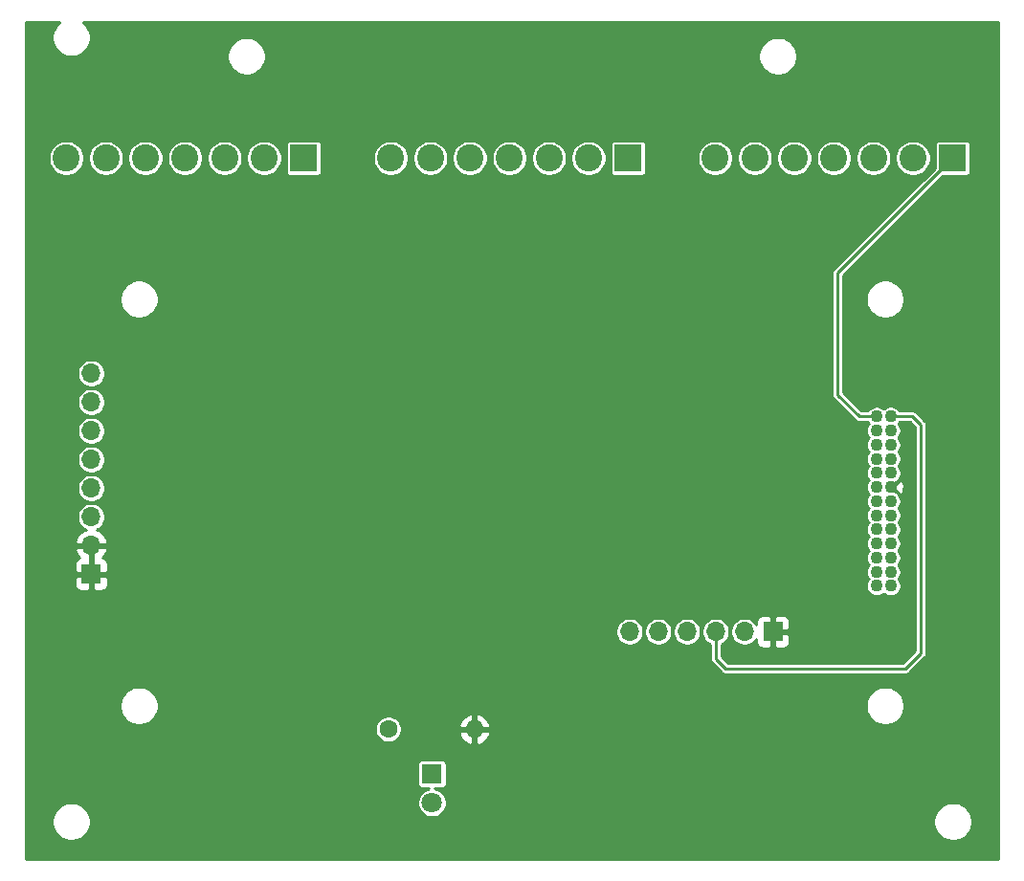
<source format=gbr>
%TF.GenerationSoftware,KiCad,Pcbnew,(5.1.10)-1*%
%TF.CreationDate,2022-12-02T20:43:51-06:00*%
%TF.ProjectId,expansion_board,65787061-6e73-4696-9f6e-5f626f617264,rev?*%
%TF.SameCoordinates,Original*%
%TF.FileFunction,Copper,L2,Bot*%
%TF.FilePolarity,Positive*%
%FSLAX46Y46*%
G04 Gerber Fmt 4.6, Leading zero omitted, Abs format (unit mm)*
G04 Created by KiCad (PCBNEW (5.1.10)-1) date 2022-12-02 20:43:51*
%MOMM*%
%LPD*%
G01*
G04 APERTURE LIST*
%TA.AperFunction,ComponentPad*%
%ADD10C,1.100000*%
%TD*%
%TA.AperFunction,ComponentPad*%
%ADD11C,2.400000*%
%TD*%
%TA.AperFunction,ComponentPad*%
%ADD12R,2.400000X2.400000*%
%TD*%
%TA.AperFunction,ComponentPad*%
%ADD13O,1.600000X1.600000*%
%TD*%
%TA.AperFunction,ComponentPad*%
%ADD14C,1.600000*%
%TD*%
%TA.AperFunction,ComponentPad*%
%ADD15O,1.700000X1.700000*%
%TD*%
%TA.AperFunction,ComponentPad*%
%ADD16R,1.700000X1.700000*%
%TD*%
%TA.AperFunction,ComponentPad*%
%ADD17C,1.800000*%
%TD*%
%TA.AperFunction,ComponentPad*%
%ADD18R,1.800000X1.800000*%
%TD*%
%TA.AperFunction,Conductor*%
%ADD19C,0.250000*%
%TD*%
%TA.AperFunction,Conductor*%
%ADD20C,0.254000*%
%TD*%
%TA.AperFunction,Conductor*%
%ADD21C,0.100000*%
%TD*%
G04 APERTURE END LIST*
D10*
%TO.P,J2,26*%
%TO.N,Net-(J2-Pad26)*%
X193020000Y-112409000D03*
%TO.P,J2,25*%
%TO.N,Net-(J2-Pad25)*%
X193020000Y-111159000D03*
%TO.P,J2,24*%
%TO.N,Net-(J2-Pad24)*%
X193020000Y-109909000D03*
%TO.P,J2,23*%
%TO.N,Net-(J2-Pad23)*%
X193020000Y-108659000D03*
%TO.P,J2,22*%
%TO.N,Net-(J2-Pad22)*%
X193020000Y-107409000D03*
%TO.P,J2,21*%
%TO.N,Net-(J2-Pad21)*%
X193020000Y-106159000D03*
%TO.P,J2,20*%
%TO.N,Net-(J2-Pad20)*%
X193020000Y-104909000D03*
%TO.P,J2,19*%
%TO.N,GND*%
X193020000Y-103659000D03*
%TO.P,J2,18*%
%TO.N,Net-(J2-Pad18)*%
X193020000Y-102409000D03*
%TO.P,J2,17*%
%TO.N,Net-(J2-Pad17)*%
X193020000Y-101159000D03*
%TO.P,J2,16*%
%TO.N,Net-(J2-Pad16)*%
X193020000Y-99909000D03*
%TO.P,J2,15*%
%TO.N,Net-(J2-Pad15)*%
X193020000Y-98659000D03*
%TO.P,J2,14*%
%TO.N,+3V3*%
X193020000Y-97409000D03*
%TO.P,J2,13*%
%TO.N,Net-(J2-Pad13)*%
X191770000Y-112409000D03*
%TO.P,J2,12*%
%TO.N,Net-(J2-Pad12)*%
X191770000Y-111159000D03*
%TO.P,J2,11*%
%TO.N,Net-(J2-Pad11)*%
X191770000Y-109909000D03*
%TO.P,J2,10*%
%TO.N,Net-(J2-Pad10)*%
X191770000Y-108659000D03*
%TO.P,J2,9*%
%TO.N,Net-(J2-Pad9)*%
X191770000Y-107409000D03*
%TO.P,J2,8*%
%TO.N,Net-(J2-Pad8)*%
X191770000Y-106159000D03*
%TO.P,J2,7*%
%TO.N,Net-(J2-Pad7)*%
X191770000Y-104909000D03*
%TO.P,J2,6*%
%TO.N,Net-(J2-Pad6)*%
X191770000Y-103659000D03*
%TO.P,J2,5*%
%TO.N,Net-(J2-Pad5)*%
X191770000Y-102409000D03*
%TO.P,J2,4*%
%TO.N,Net-(J2-Pad4)*%
X191770000Y-101159000D03*
%TO.P,J2,3*%
%TO.N,Net-(J2-Pad3)*%
X191770000Y-99909000D03*
%TO.P,J2,2*%
%TO.N,Net-(J2-Pad2)*%
X191770000Y-98659000D03*
%TO.P,J2,1*%
%TO.N,Net-(J2-Pad1)*%
X191770000Y-97409000D03*
%TD*%
D11*
%TO.P,J6,7*%
%TO.N,Net-(J2-Pad8)*%
X120097000Y-74549000D03*
%TO.P,J6,6*%
%TO.N,Net-(J2-Pad6)*%
X123597000Y-74549000D03*
%TO.P,J6,5*%
%TO.N,Net-(J2-Pad5)*%
X127097000Y-74549000D03*
%TO.P,J6,4*%
%TO.N,Net-(J2-Pad4)*%
X130597000Y-74549000D03*
%TO.P,J6,3*%
%TO.N,Net-(J2-Pad3)*%
X134097000Y-74549000D03*
%TO.P,J6,2*%
%TO.N,Net-(J2-Pad2)*%
X137597000Y-74549000D03*
D12*
%TO.P,J6,1*%
%TO.N,Net-(J2-Pad1)*%
X141097000Y-74549000D03*
%TD*%
D11*
%TO.P,J5,7*%
%TO.N,Net-(J2-Pad24)*%
X177501000Y-74549000D03*
%TO.P,J5,6*%
%TO.N,Net-(J2-Pad26)*%
X181001000Y-74549000D03*
%TO.P,J5,5*%
%TO.N,Net-(J2-Pad13)*%
X184501000Y-74549000D03*
%TO.P,J5,4*%
%TO.N,Net-(J2-Pad12)*%
X188001000Y-74549000D03*
%TO.P,J5,3*%
%TO.N,Net-(J2-Pad11)*%
X191501000Y-74549000D03*
%TO.P,J5,2*%
%TO.N,Net-(J2-Pad9)*%
X195001000Y-74549000D03*
D12*
%TO.P,J5,1*%
%TO.N,Net-(J2-Pad1)*%
X198501000Y-74549000D03*
%TD*%
D11*
%TO.P,J4,7*%
%TO.N,Net-(J2-Pad16)*%
X148799000Y-74549000D03*
%TO.P,J4,6*%
%TO.N,Net-(J2-Pad17)*%
X152299000Y-74549000D03*
%TO.P,J4,5*%
%TO.N,Net-(J2-Pad18)*%
X155799000Y-74549000D03*
%TO.P,J4,4*%
%TO.N,Net-(J2-Pad20)*%
X159299000Y-74549000D03*
%TO.P,J4,3*%
%TO.N,Net-(J2-Pad21)*%
X162799000Y-74549000D03*
%TO.P,J4,2*%
%TO.N,Net-(J2-Pad22)*%
X166299000Y-74549000D03*
D12*
%TO.P,J4,1*%
%TO.N,Net-(J2-Pad1)*%
X169799000Y-74549000D03*
%TD*%
D13*
%TO.P,FAULT,2*%
%TO.N,GND*%
X156210000Y-125095000D03*
D14*
%TO.P,FAULT,1*%
%TO.N,Net-(D1-Pad1)*%
X148590000Y-125095000D03*
%TD*%
D15*
%TO.P,J3,8*%
%TO.N,+3V3*%
X122301000Y-93599000D03*
%TO.P,J3,7*%
X122301000Y-96139000D03*
%TO.P,J3,6*%
%TO.N,Net-(D1-Pad2)*%
X122301000Y-98679000D03*
%TO.P,J3,5*%
%TO.N,Net-(J3-Pad5)*%
X122301000Y-101219000D03*
%TO.P,J3,4*%
%TO.N,Net-(J1-Pad4)*%
X122301000Y-103759000D03*
%TO.P,J3,3*%
%TO.N,Net-(J1-Pad5)*%
X122301000Y-106299000D03*
%TO.P,J3,2*%
%TO.N,GND*%
X122301000Y-108839000D03*
D16*
%TO.P,J3,1*%
X122301000Y-111379000D03*
%TD*%
D15*
%TO.P,J1,6*%
%TO.N,Net-(J1-Pad6)*%
X169926000Y-116459000D03*
%TO.P,J1,5*%
%TO.N,Net-(J1-Pad5)*%
X172466000Y-116459000D03*
%TO.P,J1,4*%
%TO.N,Net-(J1-Pad4)*%
X175006000Y-116459000D03*
%TO.P,J1,3*%
%TO.N,+3V3*%
X177546000Y-116459000D03*
%TO.P,J1,2*%
%TO.N,Net-(J1-Pad2)*%
X180086000Y-116459000D03*
D16*
%TO.P,J1,1*%
%TO.N,GND*%
X182626000Y-116459000D03*
%TD*%
D17*
%TO.P,D1,2*%
%TO.N,Net-(D1-Pad2)*%
X152450800Y-131597400D03*
D18*
%TO.P,D1,1*%
%TO.N,Net-(D1-Pad1)*%
X152450800Y-129057400D03*
%TD*%
D19*
%TO.N,+3V3*%
X193020000Y-97409000D02*
X194945000Y-97409000D01*
X194945000Y-97409000D02*
X195707000Y-98171000D01*
X195707000Y-98171000D02*
X195707000Y-118364000D01*
X195707000Y-118364000D02*
X194310000Y-119761000D01*
X194310000Y-119761000D02*
X178435000Y-119761000D01*
X177546000Y-118872000D02*
X177546000Y-116459000D01*
X178435000Y-119761000D02*
X177546000Y-118872000D01*
%TO.N,Net-(J2-Pad1)*%
X191770000Y-97409000D02*
X190246000Y-97409000D01*
X190246000Y-97409000D02*
X188341000Y-95504000D01*
X188341000Y-84709000D02*
X198501000Y-74549000D01*
X188341000Y-95504000D02*
X188341000Y-84709000D01*
%TD*%
D20*
%TO.N,GND*%
X119445917Y-62547067D02*
X119207467Y-62785517D01*
X119020119Y-63065903D01*
X118891071Y-63377452D01*
X118825283Y-63708191D01*
X118825283Y-64045409D01*
X118891071Y-64376148D01*
X119020119Y-64687697D01*
X119207467Y-64968083D01*
X119445917Y-65206533D01*
X119726303Y-65393881D01*
X120037852Y-65522929D01*
X120368591Y-65588717D01*
X120705809Y-65588717D01*
X121036548Y-65522929D01*
X121348097Y-65393881D01*
X121401510Y-65358191D01*
X134325283Y-65358191D01*
X134325283Y-65695409D01*
X134391071Y-66026148D01*
X134520119Y-66337697D01*
X134707467Y-66618083D01*
X134945917Y-66856533D01*
X135226303Y-67043881D01*
X135537852Y-67172929D01*
X135868591Y-67238717D01*
X136205809Y-67238717D01*
X136536548Y-67172929D01*
X136848097Y-67043881D01*
X137128483Y-66856533D01*
X137366933Y-66618083D01*
X137554281Y-66337697D01*
X137683329Y-66026148D01*
X137749117Y-65695409D01*
X137749117Y-65358191D01*
X181325284Y-65358191D01*
X181325284Y-65695409D01*
X181391072Y-66026147D01*
X181520120Y-66337696D01*
X181707468Y-66618083D01*
X181945917Y-66856532D01*
X182226304Y-67043880D01*
X182537853Y-67172928D01*
X182868591Y-67238716D01*
X183205809Y-67238716D01*
X183536547Y-67172928D01*
X183848096Y-67043880D01*
X184128483Y-66856532D01*
X184366932Y-66618083D01*
X184554280Y-66337696D01*
X184683328Y-66026147D01*
X184749116Y-65695409D01*
X184749116Y-65358191D01*
X184683328Y-65027453D01*
X184554280Y-64715904D01*
X184366932Y-64435517D01*
X184128483Y-64197068D01*
X183848096Y-64009720D01*
X183536547Y-63880672D01*
X183205809Y-63814884D01*
X182868591Y-63814884D01*
X182537853Y-63880672D01*
X182226304Y-64009720D01*
X181945917Y-64197068D01*
X181707468Y-64435517D01*
X181520120Y-64715904D01*
X181391072Y-65027453D01*
X181325284Y-65358191D01*
X137749117Y-65358191D01*
X137683329Y-65027452D01*
X137554281Y-64715903D01*
X137366933Y-64435517D01*
X137128483Y-64197067D01*
X136848097Y-64009719D01*
X136536548Y-63880671D01*
X136205809Y-63814883D01*
X135868591Y-63814883D01*
X135537852Y-63880671D01*
X135226303Y-64009719D01*
X134945917Y-64197067D01*
X134707467Y-64435517D01*
X134520119Y-64715903D01*
X134391071Y-65027452D01*
X134325283Y-65358191D01*
X121401510Y-65358191D01*
X121628483Y-65206533D01*
X121866933Y-64968083D01*
X122054281Y-64687697D01*
X122183329Y-64376148D01*
X122249117Y-64045409D01*
X122249117Y-63708191D01*
X122183329Y-63377452D01*
X122054281Y-63065903D01*
X121866933Y-62785517D01*
X121628483Y-62547067D01*
X121569716Y-62507800D01*
X202556601Y-62507800D01*
X202556600Y-136545799D01*
X116518200Y-136545799D01*
X116518200Y-133107190D01*
X118824487Y-133107190D01*
X118824487Y-133444564D01*
X118890306Y-133775457D01*
X119019414Y-134087151D01*
X119206849Y-134367668D01*
X119445409Y-134606228D01*
X119725926Y-134793663D01*
X120037620Y-134922771D01*
X120368513Y-134988590D01*
X120705887Y-134988590D01*
X121036780Y-134922771D01*
X121348474Y-134793663D01*
X121628991Y-134606228D01*
X121867551Y-134367668D01*
X122054986Y-134087151D01*
X122184094Y-133775457D01*
X122249913Y-133444564D01*
X122249913Y-133107190D01*
X196824487Y-133107190D01*
X196824487Y-133444564D01*
X196890306Y-133775457D01*
X197019414Y-134087151D01*
X197206849Y-134367668D01*
X197445409Y-134606228D01*
X197725926Y-134793663D01*
X198037620Y-134922771D01*
X198368513Y-134988590D01*
X198705887Y-134988590D01*
X199036780Y-134922771D01*
X199348474Y-134793663D01*
X199628991Y-134606228D01*
X199867551Y-134367668D01*
X200054986Y-134087151D01*
X200184094Y-133775457D01*
X200249913Y-133444564D01*
X200249913Y-133107190D01*
X200184094Y-132776297D01*
X200054986Y-132464603D01*
X199867551Y-132184086D01*
X199628991Y-131945526D01*
X199348474Y-131758091D01*
X199036780Y-131628983D01*
X198705887Y-131563164D01*
X198368513Y-131563164D01*
X198037620Y-131628983D01*
X197725926Y-131758091D01*
X197445409Y-131945526D01*
X197206849Y-132184086D01*
X197019414Y-132464603D01*
X196890306Y-132776297D01*
X196824487Y-133107190D01*
X122249913Y-133107190D01*
X122184094Y-132776297D01*
X122054986Y-132464603D01*
X121867551Y-132184086D01*
X121628991Y-131945526D01*
X121348474Y-131758091D01*
X121036780Y-131628983D01*
X120705887Y-131563164D01*
X120368513Y-131563164D01*
X120037620Y-131628983D01*
X119725926Y-131758091D01*
X119445409Y-131945526D01*
X119206849Y-132184086D01*
X119019414Y-132464603D01*
X118890306Y-132776297D01*
X118824487Y-133107190D01*
X116518200Y-133107190D01*
X116518200Y-128157400D01*
X151167957Y-128157400D01*
X151167957Y-129957400D01*
X151175313Y-130032089D01*
X151197099Y-130103908D01*
X151232478Y-130170096D01*
X151280089Y-130228111D01*
X151338104Y-130275722D01*
X151404292Y-130311101D01*
X151476111Y-130332887D01*
X151550800Y-130340243D01*
X152204766Y-130340243D01*
X152077146Y-130365628D01*
X151844019Y-130462193D01*
X151634210Y-130602382D01*
X151455782Y-130780810D01*
X151315593Y-130990619D01*
X151219028Y-131223746D01*
X151169800Y-131471233D01*
X151169800Y-131723567D01*
X151219028Y-131971054D01*
X151315593Y-132204181D01*
X151455782Y-132413990D01*
X151634210Y-132592418D01*
X151844019Y-132732607D01*
X152077146Y-132829172D01*
X152324633Y-132878400D01*
X152576967Y-132878400D01*
X152824454Y-132829172D01*
X153057581Y-132732607D01*
X153267390Y-132592418D01*
X153445818Y-132413990D01*
X153586007Y-132204181D01*
X153682572Y-131971054D01*
X153731800Y-131723567D01*
X153731800Y-131471233D01*
X153682572Y-131223746D01*
X153586007Y-130990619D01*
X153445818Y-130780810D01*
X153267390Y-130602382D01*
X153057581Y-130462193D01*
X152824454Y-130365628D01*
X152696834Y-130340243D01*
X153350800Y-130340243D01*
X153425489Y-130332887D01*
X153497308Y-130311101D01*
X153563496Y-130275722D01*
X153621511Y-130228111D01*
X153669122Y-130170096D01*
X153704501Y-130103908D01*
X153726287Y-130032089D01*
X153733643Y-129957400D01*
X153733643Y-128157400D01*
X153726287Y-128082711D01*
X153704501Y-128010892D01*
X153669122Y-127944704D01*
X153621511Y-127886689D01*
X153563496Y-127839078D01*
X153497308Y-127803699D01*
X153425489Y-127781913D01*
X153350800Y-127774557D01*
X151550800Y-127774557D01*
X151476111Y-127781913D01*
X151404292Y-127803699D01*
X151338104Y-127839078D01*
X151280089Y-127886689D01*
X151232478Y-127944704D01*
X151197099Y-128010892D01*
X151175313Y-128082711D01*
X151167957Y-128157400D01*
X116518200Y-128157400D01*
X116518200Y-124978682D01*
X147409000Y-124978682D01*
X147409000Y-125211318D01*
X147454386Y-125439485D01*
X147543412Y-125654413D01*
X147672658Y-125847843D01*
X147837157Y-126012342D01*
X148030587Y-126141588D01*
X148245515Y-126230614D01*
X148473682Y-126276000D01*
X148706318Y-126276000D01*
X148934485Y-126230614D01*
X149149413Y-126141588D01*
X149342843Y-126012342D01*
X149507342Y-125847843D01*
X149636588Y-125654413D01*
X149723727Y-125444039D01*
X154818096Y-125444039D01*
X154858754Y-125578087D01*
X154978963Y-125832420D01*
X155146481Y-126058414D01*
X155354869Y-126247385D01*
X155596119Y-126392070D01*
X155860960Y-126486909D01*
X156083000Y-126365624D01*
X156083000Y-125222000D01*
X156337000Y-125222000D01*
X156337000Y-126365624D01*
X156559040Y-126486909D01*
X156823881Y-126392070D01*
X157065131Y-126247385D01*
X157273519Y-126058414D01*
X157441037Y-125832420D01*
X157561246Y-125578087D01*
X157601904Y-125444039D01*
X157479915Y-125222000D01*
X156337000Y-125222000D01*
X156083000Y-125222000D01*
X154940085Y-125222000D01*
X154818096Y-125444039D01*
X149723727Y-125444039D01*
X149725614Y-125439485D01*
X149771000Y-125211318D01*
X149771000Y-124978682D01*
X149725614Y-124750515D01*
X149723728Y-124745961D01*
X154818096Y-124745961D01*
X154940085Y-124968000D01*
X156083000Y-124968000D01*
X156083000Y-123824376D01*
X156337000Y-123824376D01*
X156337000Y-124968000D01*
X157479915Y-124968000D01*
X157601904Y-124745961D01*
X157561246Y-124611913D01*
X157441037Y-124357580D01*
X157273519Y-124131586D01*
X157065131Y-123942615D01*
X156823881Y-123797930D01*
X156559040Y-123703091D01*
X156337000Y-123824376D01*
X156083000Y-123824376D01*
X155860960Y-123703091D01*
X155596119Y-123797930D01*
X155354869Y-123942615D01*
X155146481Y-124131586D01*
X154978963Y-124357580D01*
X154858754Y-124611913D01*
X154818096Y-124745961D01*
X149723728Y-124745961D01*
X149636588Y-124535587D01*
X149507342Y-124342157D01*
X149342843Y-124177658D01*
X149149413Y-124048412D01*
X148934485Y-123959386D01*
X148706318Y-123914000D01*
X148473682Y-123914000D01*
X148245515Y-123959386D01*
X148030587Y-124048412D01*
X147837157Y-124177658D01*
X147672658Y-124342157D01*
X147543412Y-124535587D01*
X147454386Y-124750515D01*
X147409000Y-124978682D01*
X116518200Y-124978682D01*
X116518200Y-122858190D01*
X124825283Y-122858190D01*
X124825283Y-123195408D01*
X124891071Y-123526147D01*
X125020119Y-123837696D01*
X125207467Y-124118082D01*
X125445917Y-124356532D01*
X125726303Y-124543880D01*
X126037852Y-124672928D01*
X126368591Y-124738716D01*
X126705809Y-124738716D01*
X127036548Y-124672928D01*
X127348097Y-124543880D01*
X127628483Y-124356532D01*
X127866933Y-124118082D01*
X128054281Y-123837696D01*
X128183329Y-123526147D01*
X128249117Y-123195408D01*
X128249117Y-122858190D01*
X190825283Y-122858190D01*
X190825283Y-123195408D01*
X190891071Y-123526147D01*
X191020119Y-123837696D01*
X191207467Y-124118082D01*
X191445917Y-124356532D01*
X191726303Y-124543880D01*
X192037852Y-124672928D01*
X192368591Y-124738716D01*
X192705809Y-124738716D01*
X193036548Y-124672928D01*
X193348097Y-124543880D01*
X193628483Y-124356532D01*
X193866933Y-124118082D01*
X194054281Y-123837696D01*
X194183329Y-123526147D01*
X194249117Y-123195408D01*
X194249117Y-122858190D01*
X194183329Y-122527451D01*
X194054281Y-122215902D01*
X193866933Y-121935516D01*
X193628483Y-121697066D01*
X193348097Y-121509718D01*
X193036548Y-121380670D01*
X192705809Y-121314882D01*
X192368591Y-121314882D01*
X192037852Y-121380670D01*
X191726303Y-121509718D01*
X191445917Y-121697066D01*
X191207467Y-121935516D01*
X191020119Y-122215902D01*
X190891071Y-122527451D01*
X190825283Y-122858190D01*
X128249117Y-122858190D01*
X128183329Y-122527451D01*
X128054281Y-122215902D01*
X127866933Y-121935516D01*
X127628483Y-121697066D01*
X127348097Y-121509718D01*
X127036548Y-121380670D01*
X126705809Y-121314882D01*
X126368591Y-121314882D01*
X126037852Y-121380670D01*
X125726303Y-121509718D01*
X125445917Y-121697066D01*
X125207467Y-121935516D01*
X125020119Y-122215902D01*
X124891071Y-122527451D01*
X124825283Y-122858190D01*
X116518200Y-122858190D01*
X116518200Y-116337757D01*
X168695000Y-116337757D01*
X168695000Y-116580243D01*
X168742307Y-116818069D01*
X168835102Y-117042097D01*
X168969820Y-117243717D01*
X169141283Y-117415180D01*
X169342903Y-117549898D01*
X169566931Y-117642693D01*
X169804757Y-117690000D01*
X170047243Y-117690000D01*
X170285069Y-117642693D01*
X170509097Y-117549898D01*
X170710717Y-117415180D01*
X170882180Y-117243717D01*
X171016898Y-117042097D01*
X171109693Y-116818069D01*
X171157000Y-116580243D01*
X171157000Y-116337757D01*
X171235000Y-116337757D01*
X171235000Y-116580243D01*
X171282307Y-116818069D01*
X171375102Y-117042097D01*
X171509820Y-117243717D01*
X171681283Y-117415180D01*
X171882903Y-117549898D01*
X172106931Y-117642693D01*
X172344757Y-117690000D01*
X172587243Y-117690000D01*
X172825069Y-117642693D01*
X173049097Y-117549898D01*
X173250717Y-117415180D01*
X173422180Y-117243717D01*
X173556898Y-117042097D01*
X173649693Y-116818069D01*
X173697000Y-116580243D01*
X173697000Y-116337757D01*
X173775000Y-116337757D01*
X173775000Y-116580243D01*
X173822307Y-116818069D01*
X173915102Y-117042097D01*
X174049820Y-117243717D01*
X174221283Y-117415180D01*
X174422903Y-117549898D01*
X174646931Y-117642693D01*
X174884757Y-117690000D01*
X175127243Y-117690000D01*
X175365069Y-117642693D01*
X175589097Y-117549898D01*
X175790717Y-117415180D01*
X175962180Y-117243717D01*
X176096898Y-117042097D01*
X176189693Y-116818069D01*
X176237000Y-116580243D01*
X176237000Y-116337757D01*
X176315000Y-116337757D01*
X176315000Y-116580243D01*
X176362307Y-116818069D01*
X176455102Y-117042097D01*
X176589820Y-117243717D01*
X176761283Y-117415180D01*
X176962903Y-117549898D01*
X177040001Y-117581833D01*
X177040000Y-118847154D01*
X177037553Y-118872000D01*
X177040000Y-118896846D01*
X177040000Y-118896853D01*
X177047322Y-118971192D01*
X177076255Y-119066574D01*
X177123241Y-119154479D01*
X177186473Y-119231527D01*
X177205785Y-119247376D01*
X178059628Y-120101220D01*
X178075473Y-120120527D01*
X178152521Y-120183759D01*
X178240425Y-120230745D01*
X178335807Y-120259678D01*
X178435000Y-120269448D01*
X178459854Y-120267000D01*
X194285154Y-120267000D01*
X194310000Y-120269447D01*
X194334846Y-120267000D01*
X194334854Y-120267000D01*
X194409193Y-120259678D01*
X194504575Y-120230745D01*
X194592479Y-120183759D01*
X194669527Y-120120527D01*
X194685376Y-120101215D01*
X196047220Y-118739372D01*
X196066527Y-118723527D01*
X196129759Y-118646479D01*
X196176745Y-118558575D01*
X196205678Y-118463193D01*
X196213000Y-118388854D01*
X196213000Y-118388847D01*
X196215447Y-118364001D01*
X196213000Y-118339155D01*
X196213000Y-98195854D01*
X196215448Y-98171000D01*
X196205678Y-98071807D01*
X196176745Y-97976425D01*
X196155054Y-97935845D01*
X196129759Y-97888521D01*
X196066527Y-97811473D01*
X196047220Y-97795628D01*
X195320376Y-97068785D01*
X195304527Y-97049473D01*
X195227479Y-96986241D01*
X195139575Y-96939255D01*
X195044193Y-96910322D01*
X194969854Y-96903000D01*
X194969846Y-96903000D01*
X194945000Y-96900553D01*
X194920154Y-96903000D01*
X193801606Y-96903000D01*
X193743155Y-96815522D01*
X193613478Y-96685845D01*
X193460994Y-96583958D01*
X193291563Y-96513778D01*
X193111696Y-96478000D01*
X192928304Y-96478000D01*
X192748437Y-96513778D01*
X192579006Y-96583958D01*
X192426522Y-96685845D01*
X192395000Y-96717367D01*
X192363478Y-96685845D01*
X192210994Y-96583958D01*
X192041563Y-96513778D01*
X191861696Y-96478000D01*
X191678304Y-96478000D01*
X191498437Y-96513778D01*
X191329006Y-96583958D01*
X191176522Y-96685845D01*
X191046845Y-96815522D01*
X190988394Y-96903000D01*
X190455592Y-96903000D01*
X188847000Y-95294409D01*
X188847000Y-86858191D01*
X190825283Y-86858191D01*
X190825283Y-87195409D01*
X190891071Y-87526148D01*
X191020119Y-87837697D01*
X191207467Y-88118083D01*
X191445917Y-88356533D01*
X191726303Y-88543881D01*
X192037852Y-88672929D01*
X192368591Y-88738717D01*
X192705809Y-88738717D01*
X193036548Y-88672929D01*
X193348097Y-88543881D01*
X193628483Y-88356533D01*
X193866933Y-88118083D01*
X194054281Y-87837697D01*
X194183329Y-87526148D01*
X194249117Y-87195409D01*
X194249117Y-86858191D01*
X194183329Y-86527452D01*
X194054281Y-86215903D01*
X193866933Y-85935517D01*
X193628483Y-85697067D01*
X193348097Y-85509719D01*
X193036548Y-85380671D01*
X192705809Y-85314883D01*
X192368591Y-85314883D01*
X192037852Y-85380671D01*
X191726303Y-85509719D01*
X191445917Y-85697067D01*
X191207467Y-85935517D01*
X191020119Y-86215903D01*
X190891071Y-86527452D01*
X190825283Y-86858191D01*
X188847000Y-86858191D01*
X188847000Y-84918591D01*
X197633749Y-76131843D01*
X199701000Y-76131843D01*
X199775689Y-76124487D01*
X199847508Y-76102701D01*
X199913696Y-76067322D01*
X199971711Y-76019711D01*
X200019322Y-75961696D01*
X200054701Y-75895508D01*
X200076487Y-75823689D01*
X200083843Y-75749000D01*
X200083843Y-73349000D01*
X200076487Y-73274311D01*
X200054701Y-73202492D01*
X200019322Y-73136304D01*
X199971711Y-73078289D01*
X199913696Y-73030678D01*
X199847508Y-72995299D01*
X199775689Y-72973513D01*
X199701000Y-72966157D01*
X197301000Y-72966157D01*
X197226311Y-72973513D01*
X197154492Y-72995299D01*
X197088304Y-73030678D01*
X197030289Y-73078289D01*
X196982678Y-73136304D01*
X196947299Y-73202492D01*
X196925513Y-73274311D01*
X196918157Y-73349000D01*
X196918157Y-75416251D01*
X188000781Y-84333628D01*
X187981474Y-84349473D01*
X187918242Y-84426521D01*
X187893127Y-84473508D01*
X187871255Y-84514426D01*
X187842322Y-84609808D01*
X187832553Y-84709000D01*
X187835001Y-84733856D01*
X187835000Y-95479154D01*
X187832553Y-95504000D01*
X187835000Y-95528846D01*
X187835000Y-95528853D01*
X187842322Y-95603192D01*
X187871255Y-95698574D01*
X187918241Y-95786479D01*
X187981473Y-95863527D01*
X188000785Y-95879376D01*
X189870628Y-97749220D01*
X189886473Y-97768527D01*
X189963521Y-97831759D01*
X190051425Y-97878745D01*
X190146807Y-97907678D01*
X190246000Y-97917448D01*
X190270854Y-97915000D01*
X190988394Y-97915000D01*
X191046845Y-98002478D01*
X191078367Y-98034000D01*
X191046845Y-98065522D01*
X190944958Y-98218006D01*
X190874778Y-98387437D01*
X190839000Y-98567304D01*
X190839000Y-98750696D01*
X190874778Y-98930563D01*
X190944958Y-99099994D01*
X191046845Y-99252478D01*
X191078367Y-99284000D01*
X191046845Y-99315522D01*
X190944958Y-99468006D01*
X190874778Y-99637437D01*
X190839000Y-99817304D01*
X190839000Y-100000696D01*
X190874778Y-100180563D01*
X190944958Y-100349994D01*
X191046845Y-100502478D01*
X191078367Y-100534000D01*
X191046845Y-100565522D01*
X190944958Y-100718006D01*
X190874778Y-100887437D01*
X190839000Y-101067304D01*
X190839000Y-101250696D01*
X190874778Y-101430563D01*
X190944958Y-101599994D01*
X191046845Y-101752478D01*
X191078367Y-101784000D01*
X191046845Y-101815522D01*
X190944958Y-101968006D01*
X190874778Y-102137437D01*
X190839000Y-102317304D01*
X190839000Y-102500696D01*
X190874778Y-102680563D01*
X190944958Y-102849994D01*
X191046845Y-103002478D01*
X191078367Y-103034000D01*
X191046845Y-103065522D01*
X190944958Y-103218006D01*
X190874778Y-103387437D01*
X190839000Y-103567304D01*
X190839000Y-103750696D01*
X190874778Y-103930563D01*
X190944958Y-104099994D01*
X191046845Y-104252478D01*
X191078367Y-104284000D01*
X191046845Y-104315522D01*
X190944958Y-104468006D01*
X190874778Y-104637437D01*
X190839000Y-104817304D01*
X190839000Y-105000696D01*
X190874778Y-105180563D01*
X190944958Y-105349994D01*
X191046845Y-105502478D01*
X191078367Y-105534000D01*
X191046845Y-105565522D01*
X190944958Y-105718006D01*
X190874778Y-105887437D01*
X190839000Y-106067304D01*
X190839000Y-106250696D01*
X190874778Y-106430563D01*
X190944958Y-106599994D01*
X191046845Y-106752478D01*
X191078367Y-106784000D01*
X191046845Y-106815522D01*
X190944958Y-106968006D01*
X190874778Y-107137437D01*
X190839000Y-107317304D01*
X190839000Y-107500696D01*
X190874778Y-107680563D01*
X190944958Y-107849994D01*
X191046845Y-108002478D01*
X191078367Y-108034000D01*
X191046845Y-108065522D01*
X190944958Y-108218006D01*
X190874778Y-108387437D01*
X190839000Y-108567304D01*
X190839000Y-108750696D01*
X190874778Y-108930563D01*
X190944958Y-109099994D01*
X191046845Y-109252478D01*
X191078367Y-109284000D01*
X191046845Y-109315522D01*
X190944958Y-109468006D01*
X190874778Y-109637437D01*
X190839000Y-109817304D01*
X190839000Y-110000696D01*
X190874778Y-110180563D01*
X190944958Y-110349994D01*
X191046845Y-110502478D01*
X191078367Y-110534000D01*
X191046845Y-110565522D01*
X190944958Y-110718006D01*
X190874778Y-110887437D01*
X190839000Y-111067304D01*
X190839000Y-111250696D01*
X190874778Y-111430563D01*
X190944958Y-111599994D01*
X191046845Y-111752478D01*
X191078367Y-111784000D01*
X191046845Y-111815522D01*
X190944958Y-111968006D01*
X190874778Y-112137437D01*
X190839000Y-112317304D01*
X190839000Y-112500696D01*
X190874778Y-112680563D01*
X190944958Y-112849994D01*
X191046845Y-113002478D01*
X191176522Y-113132155D01*
X191329006Y-113234042D01*
X191498437Y-113304222D01*
X191678304Y-113340000D01*
X191861696Y-113340000D01*
X192041563Y-113304222D01*
X192210994Y-113234042D01*
X192363478Y-113132155D01*
X192395000Y-113100633D01*
X192426522Y-113132155D01*
X192579006Y-113234042D01*
X192748437Y-113304222D01*
X192928304Y-113340000D01*
X193111696Y-113340000D01*
X193291563Y-113304222D01*
X193460994Y-113234042D01*
X193613478Y-113132155D01*
X193743155Y-113002478D01*
X193845042Y-112849994D01*
X193915222Y-112680563D01*
X193951000Y-112500696D01*
X193951000Y-112317304D01*
X193915222Y-112137437D01*
X193845042Y-111968006D01*
X193743155Y-111815522D01*
X193711633Y-111784000D01*
X193743155Y-111752478D01*
X193845042Y-111599994D01*
X193915222Y-111430563D01*
X193951000Y-111250696D01*
X193951000Y-111067304D01*
X193915222Y-110887437D01*
X193845042Y-110718006D01*
X193743155Y-110565522D01*
X193711633Y-110534000D01*
X193743155Y-110502478D01*
X193845042Y-110349994D01*
X193915222Y-110180563D01*
X193951000Y-110000696D01*
X193951000Y-109817304D01*
X193915222Y-109637437D01*
X193845042Y-109468006D01*
X193743155Y-109315522D01*
X193711633Y-109284000D01*
X193743155Y-109252478D01*
X193845042Y-109099994D01*
X193915222Y-108930563D01*
X193951000Y-108750696D01*
X193951000Y-108567304D01*
X193915222Y-108387437D01*
X193845042Y-108218006D01*
X193743155Y-108065522D01*
X193711633Y-108034000D01*
X193743155Y-108002478D01*
X193845042Y-107849994D01*
X193915222Y-107680563D01*
X193951000Y-107500696D01*
X193951000Y-107317304D01*
X193915222Y-107137437D01*
X193845042Y-106968006D01*
X193743155Y-106815522D01*
X193711633Y-106784000D01*
X193743155Y-106752478D01*
X193845042Y-106599994D01*
X193915222Y-106430563D01*
X193951000Y-106250696D01*
X193951000Y-106067304D01*
X193915222Y-105887437D01*
X193845042Y-105718006D01*
X193743155Y-105565522D01*
X193711633Y-105534000D01*
X193743155Y-105502478D01*
X193845042Y-105349994D01*
X193915222Y-105180563D01*
X193951000Y-105000696D01*
X193951000Y-104817304D01*
X193915222Y-104637437D01*
X193845042Y-104468006D01*
X193743155Y-104315522D01*
X193613478Y-104185845D01*
X193460994Y-104083958D01*
X193291563Y-104013778D01*
X193171239Y-103989844D01*
X193020000Y-103838605D01*
X193005858Y-103852748D01*
X192826253Y-103673143D01*
X192840395Y-103659000D01*
X193199605Y-103659000D01*
X193833979Y-104293374D01*
X194052478Y-104252159D01*
X194148359Y-104039335D01*
X194200878Y-103811895D01*
X194208016Y-103578579D01*
X194169500Y-103348354D01*
X194086808Y-103130066D01*
X194052478Y-103065841D01*
X193833979Y-103024626D01*
X193199605Y-103659000D01*
X192840395Y-103659000D01*
X192826253Y-103644858D01*
X193005858Y-103465253D01*
X193020000Y-103479395D01*
X193171239Y-103328156D01*
X193291563Y-103304222D01*
X193460994Y-103234042D01*
X193613478Y-103132155D01*
X193743155Y-103002478D01*
X193845042Y-102849994D01*
X193915222Y-102680563D01*
X193951000Y-102500696D01*
X193951000Y-102317304D01*
X193915222Y-102137437D01*
X193845042Y-101968006D01*
X193743155Y-101815522D01*
X193711633Y-101784000D01*
X193743155Y-101752478D01*
X193845042Y-101599994D01*
X193915222Y-101430563D01*
X193951000Y-101250696D01*
X193951000Y-101067304D01*
X193915222Y-100887437D01*
X193845042Y-100718006D01*
X193743155Y-100565522D01*
X193711633Y-100534000D01*
X193743155Y-100502478D01*
X193845042Y-100349994D01*
X193915222Y-100180563D01*
X193951000Y-100000696D01*
X193951000Y-99817304D01*
X193915222Y-99637437D01*
X193845042Y-99468006D01*
X193743155Y-99315522D01*
X193711633Y-99284000D01*
X193743155Y-99252478D01*
X193845042Y-99099994D01*
X193915222Y-98930563D01*
X193951000Y-98750696D01*
X193951000Y-98567304D01*
X193915222Y-98387437D01*
X193845042Y-98218006D01*
X193743155Y-98065522D01*
X193711633Y-98034000D01*
X193743155Y-98002478D01*
X193801606Y-97915000D01*
X194735409Y-97915000D01*
X195201000Y-98380592D01*
X195201001Y-118154407D01*
X194100409Y-119255000D01*
X178644592Y-119255000D01*
X178052000Y-118662409D01*
X178052000Y-117581832D01*
X178129097Y-117549898D01*
X178330717Y-117415180D01*
X178502180Y-117243717D01*
X178636898Y-117042097D01*
X178729693Y-116818069D01*
X178777000Y-116580243D01*
X178777000Y-116337757D01*
X178855000Y-116337757D01*
X178855000Y-116580243D01*
X178902307Y-116818069D01*
X178995102Y-117042097D01*
X179129820Y-117243717D01*
X179301283Y-117415180D01*
X179502903Y-117549898D01*
X179726931Y-117642693D01*
X179964757Y-117690000D01*
X180207243Y-117690000D01*
X180445069Y-117642693D01*
X180669097Y-117549898D01*
X180870717Y-117415180D01*
X181042180Y-117243717D01*
X181139073Y-117098706D01*
X181137928Y-117309000D01*
X181150188Y-117433482D01*
X181186498Y-117553180D01*
X181245463Y-117663494D01*
X181324815Y-117760185D01*
X181421506Y-117839537D01*
X181531820Y-117898502D01*
X181651518Y-117934812D01*
X181776000Y-117947072D01*
X182340250Y-117944000D01*
X182499000Y-117785250D01*
X182499000Y-116586000D01*
X182753000Y-116586000D01*
X182753000Y-117785250D01*
X182911750Y-117944000D01*
X183476000Y-117947072D01*
X183600482Y-117934812D01*
X183720180Y-117898502D01*
X183830494Y-117839537D01*
X183927185Y-117760185D01*
X184006537Y-117663494D01*
X184065502Y-117553180D01*
X184101812Y-117433482D01*
X184114072Y-117309000D01*
X184111000Y-116744750D01*
X183952250Y-116586000D01*
X182753000Y-116586000D01*
X182499000Y-116586000D01*
X182479000Y-116586000D01*
X182479000Y-116332000D01*
X182499000Y-116332000D01*
X182499000Y-115132750D01*
X182753000Y-115132750D01*
X182753000Y-116332000D01*
X183952250Y-116332000D01*
X184111000Y-116173250D01*
X184114072Y-115609000D01*
X184101812Y-115484518D01*
X184065502Y-115364820D01*
X184006537Y-115254506D01*
X183927185Y-115157815D01*
X183830494Y-115078463D01*
X183720180Y-115019498D01*
X183600482Y-114983188D01*
X183476000Y-114970928D01*
X182911750Y-114974000D01*
X182753000Y-115132750D01*
X182499000Y-115132750D01*
X182340250Y-114974000D01*
X181776000Y-114970928D01*
X181651518Y-114983188D01*
X181531820Y-115019498D01*
X181421506Y-115078463D01*
X181324815Y-115157815D01*
X181245463Y-115254506D01*
X181186498Y-115364820D01*
X181150188Y-115484518D01*
X181137928Y-115609000D01*
X181139073Y-115819294D01*
X181042180Y-115674283D01*
X180870717Y-115502820D01*
X180669097Y-115368102D01*
X180445069Y-115275307D01*
X180207243Y-115228000D01*
X179964757Y-115228000D01*
X179726931Y-115275307D01*
X179502903Y-115368102D01*
X179301283Y-115502820D01*
X179129820Y-115674283D01*
X178995102Y-115875903D01*
X178902307Y-116099931D01*
X178855000Y-116337757D01*
X178777000Y-116337757D01*
X178729693Y-116099931D01*
X178636898Y-115875903D01*
X178502180Y-115674283D01*
X178330717Y-115502820D01*
X178129097Y-115368102D01*
X177905069Y-115275307D01*
X177667243Y-115228000D01*
X177424757Y-115228000D01*
X177186931Y-115275307D01*
X176962903Y-115368102D01*
X176761283Y-115502820D01*
X176589820Y-115674283D01*
X176455102Y-115875903D01*
X176362307Y-116099931D01*
X176315000Y-116337757D01*
X176237000Y-116337757D01*
X176189693Y-116099931D01*
X176096898Y-115875903D01*
X175962180Y-115674283D01*
X175790717Y-115502820D01*
X175589097Y-115368102D01*
X175365069Y-115275307D01*
X175127243Y-115228000D01*
X174884757Y-115228000D01*
X174646931Y-115275307D01*
X174422903Y-115368102D01*
X174221283Y-115502820D01*
X174049820Y-115674283D01*
X173915102Y-115875903D01*
X173822307Y-116099931D01*
X173775000Y-116337757D01*
X173697000Y-116337757D01*
X173649693Y-116099931D01*
X173556898Y-115875903D01*
X173422180Y-115674283D01*
X173250717Y-115502820D01*
X173049097Y-115368102D01*
X172825069Y-115275307D01*
X172587243Y-115228000D01*
X172344757Y-115228000D01*
X172106931Y-115275307D01*
X171882903Y-115368102D01*
X171681283Y-115502820D01*
X171509820Y-115674283D01*
X171375102Y-115875903D01*
X171282307Y-116099931D01*
X171235000Y-116337757D01*
X171157000Y-116337757D01*
X171109693Y-116099931D01*
X171016898Y-115875903D01*
X170882180Y-115674283D01*
X170710717Y-115502820D01*
X170509097Y-115368102D01*
X170285069Y-115275307D01*
X170047243Y-115228000D01*
X169804757Y-115228000D01*
X169566931Y-115275307D01*
X169342903Y-115368102D01*
X169141283Y-115502820D01*
X168969820Y-115674283D01*
X168835102Y-115875903D01*
X168742307Y-116099931D01*
X168695000Y-116337757D01*
X116518200Y-116337757D01*
X116518200Y-112229000D01*
X120812928Y-112229000D01*
X120825188Y-112353482D01*
X120861498Y-112473180D01*
X120920463Y-112583494D01*
X120999815Y-112680185D01*
X121096506Y-112759537D01*
X121206820Y-112818502D01*
X121326518Y-112854812D01*
X121451000Y-112867072D01*
X122015250Y-112864000D01*
X122174000Y-112705250D01*
X122174000Y-111506000D01*
X122428000Y-111506000D01*
X122428000Y-112705250D01*
X122586750Y-112864000D01*
X123151000Y-112867072D01*
X123275482Y-112854812D01*
X123395180Y-112818502D01*
X123505494Y-112759537D01*
X123602185Y-112680185D01*
X123681537Y-112583494D01*
X123740502Y-112473180D01*
X123776812Y-112353482D01*
X123789072Y-112229000D01*
X123786000Y-111664750D01*
X123627250Y-111506000D01*
X122428000Y-111506000D01*
X122174000Y-111506000D01*
X120974750Y-111506000D01*
X120816000Y-111664750D01*
X120812928Y-112229000D01*
X116518200Y-112229000D01*
X116518200Y-110529000D01*
X120812928Y-110529000D01*
X120816000Y-111093250D01*
X120974750Y-111252000D01*
X122174000Y-111252000D01*
X122174000Y-108966000D01*
X122428000Y-108966000D01*
X122428000Y-111252000D01*
X123627250Y-111252000D01*
X123786000Y-111093250D01*
X123789072Y-110529000D01*
X123776812Y-110404518D01*
X123740502Y-110284820D01*
X123681537Y-110174506D01*
X123602185Y-110077815D01*
X123505494Y-109998463D01*
X123395180Y-109939498D01*
X123314534Y-109915034D01*
X123398588Y-109839269D01*
X123572641Y-109605920D01*
X123697825Y-109343099D01*
X123742476Y-109195890D01*
X123621155Y-108966000D01*
X122428000Y-108966000D01*
X122174000Y-108966000D01*
X120980845Y-108966000D01*
X120859524Y-109195890D01*
X120904175Y-109343099D01*
X121029359Y-109605920D01*
X121203412Y-109839269D01*
X121287466Y-109915034D01*
X121206820Y-109939498D01*
X121096506Y-109998463D01*
X120999815Y-110077815D01*
X120920463Y-110174506D01*
X120861498Y-110284820D01*
X120825188Y-110404518D01*
X120812928Y-110529000D01*
X116518200Y-110529000D01*
X116518200Y-108482110D01*
X120859524Y-108482110D01*
X120980845Y-108712000D01*
X122174000Y-108712000D01*
X122174000Y-108692000D01*
X122428000Y-108692000D01*
X122428000Y-108712000D01*
X123621155Y-108712000D01*
X123742476Y-108482110D01*
X123697825Y-108334901D01*
X123572641Y-108072080D01*
X123398588Y-107838731D01*
X123182355Y-107643822D01*
X122932252Y-107494843D01*
X122769832Y-107437228D01*
X122884097Y-107389898D01*
X123085717Y-107255180D01*
X123257180Y-107083717D01*
X123391898Y-106882097D01*
X123484693Y-106658069D01*
X123532000Y-106420243D01*
X123532000Y-106177757D01*
X123484693Y-105939931D01*
X123391898Y-105715903D01*
X123257180Y-105514283D01*
X123085717Y-105342820D01*
X122884097Y-105208102D01*
X122660069Y-105115307D01*
X122422243Y-105068000D01*
X122179757Y-105068000D01*
X121941931Y-105115307D01*
X121717903Y-105208102D01*
X121516283Y-105342820D01*
X121344820Y-105514283D01*
X121210102Y-105715903D01*
X121117307Y-105939931D01*
X121070000Y-106177757D01*
X121070000Y-106420243D01*
X121117307Y-106658069D01*
X121210102Y-106882097D01*
X121344820Y-107083717D01*
X121516283Y-107255180D01*
X121717903Y-107389898D01*
X121832168Y-107437228D01*
X121669748Y-107494843D01*
X121419645Y-107643822D01*
X121203412Y-107838731D01*
X121029359Y-108072080D01*
X120904175Y-108334901D01*
X120859524Y-108482110D01*
X116518200Y-108482110D01*
X116518200Y-103637757D01*
X121070000Y-103637757D01*
X121070000Y-103880243D01*
X121117307Y-104118069D01*
X121210102Y-104342097D01*
X121344820Y-104543717D01*
X121516283Y-104715180D01*
X121717903Y-104849898D01*
X121941931Y-104942693D01*
X122179757Y-104990000D01*
X122422243Y-104990000D01*
X122660069Y-104942693D01*
X122884097Y-104849898D01*
X123085717Y-104715180D01*
X123257180Y-104543717D01*
X123391898Y-104342097D01*
X123484693Y-104118069D01*
X123532000Y-103880243D01*
X123532000Y-103637757D01*
X123484693Y-103399931D01*
X123391898Y-103175903D01*
X123257180Y-102974283D01*
X123085717Y-102802820D01*
X122884097Y-102668102D01*
X122660069Y-102575307D01*
X122422243Y-102528000D01*
X122179757Y-102528000D01*
X121941931Y-102575307D01*
X121717903Y-102668102D01*
X121516283Y-102802820D01*
X121344820Y-102974283D01*
X121210102Y-103175903D01*
X121117307Y-103399931D01*
X121070000Y-103637757D01*
X116518200Y-103637757D01*
X116518200Y-101097757D01*
X121070000Y-101097757D01*
X121070000Y-101340243D01*
X121117307Y-101578069D01*
X121210102Y-101802097D01*
X121344820Y-102003717D01*
X121516283Y-102175180D01*
X121717903Y-102309898D01*
X121941931Y-102402693D01*
X122179757Y-102450000D01*
X122422243Y-102450000D01*
X122660069Y-102402693D01*
X122884097Y-102309898D01*
X123085717Y-102175180D01*
X123257180Y-102003717D01*
X123391898Y-101802097D01*
X123484693Y-101578069D01*
X123532000Y-101340243D01*
X123532000Y-101097757D01*
X123484693Y-100859931D01*
X123391898Y-100635903D01*
X123257180Y-100434283D01*
X123085717Y-100262820D01*
X122884097Y-100128102D01*
X122660069Y-100035307D01*
X122422243Y-99988000D01*
X122179757Y-99988000D01*
X121941931Y-100035307D01*
X121717903Y-100128102D01*
X121516283Y-100262820D01*
X121344820Y-100434283D01*
X121210102Y-100635903D01*
X121117307Y-100859931D01*
X121070000Y-101097757D01*
X116518200Y-101097757D01*
X116518200Y-98557757D01*
X121070000Y-98557757D01*
X121070000Y-98800243D01*
X121117307Y-99038069D01*
X121210102Y-99262097D01*
X121344820Y-99463717D01*
X121516283Y-99635180D01*
X121717903Y-99769898D01*
X121941931Y-99862693D01*
X122179757Y-99910000D01*
X122422243Y-99910000D01*
X122660069Y-99862693D01*
X122884097Y-99769898D01*
X123085717Y-99635180D01*
X123257180Y-99463717D01*
X123391898Y-99262097D01*
X123484693Y-99038069D01*
X123532000Y-98800243D01*
X123532000Y-98557757D01*
X123484693Y-98319931D01*
X123391898Y-98095903D01*
X123257180Y-97894283D01*
X123085717Y-97722820D01*
X122884097Y-97588102D01*
X122660069Y-97495307D01*
X122422243Y-97448000D01*
X122179757Y-97448000D01*
X121941931Y-97495307D01*
X121717903Y-97588102D01*
X121516283Y-97722820D01*
X121344820Y-97894283D01*
X121210102Y-98095903D01*
X121117307Y-98319931D01*
X121070000Y-98557757D01*
X116518200Y-98557757D01*
X116518200Y-96017757D01*
X121070000Y-96017757D01*
X121070000Y-96260243D01*
X121117307Y-96498069D01*
X121210102Y-96722097D01*
X121344820Y-96923717D01*
X121516283Y-97095180D01*
X121717903Y-97229898D01*
X121941931Y-97322693D01*
X122179757Y-97370000D01*
X122422243Y-97370000D01*
X122660069Y-97322693D01*
X122884097Y-97229898D01*
X123085717Y-97095180D01*
X123257180Y-96923717D01*
X123391898Y-96722097D01*
X123484693Y-96498069D01*
X123532000Y-96260243D01*
X123532000Y-96017757D01*
X123484693Y-95779931D01*
X123391898Y-95555903D01*
X123257180Y-95354283D01*
X123085717Y-95182820D01*
X122884097Y-95048102D01*
X122660069Y-94955307D01*
X122422243Y-94908000D01*
X122179757Y-94908000D01*
X121941931Y-94955307D01*
X121717903Y-95048102D01*
X121516283Y-95182820D01*
X121344820Y-95354283D01*
X121210102Y-95555903D01*
X121117307Y-95779931D01*
X121070000Y-96017757D01*
X116518200Y-96017757D01*
X116518200Y-93477757D01*
X121070000Y-93477757D01*
X121070000Y-93720243D01*
X121117307Y-93958069D01*
X121210102Y-94182097D01*
X121344820Y-94383717D01*
X121516283Y-94555180D01*
X121717903Y-94689898D01*
X121941931Y-94782693D01*
X122179757Y-94830000D01*
X122422243Y-94830000D01*
X122660069Y-94782693D01*
X122884097Y-94689898D01*
X123085717Y-94555180D01*
X123257180Y-94383717D01*
X123391898Y-94182097D01*
X123484693Y-93958069D01*
X123532000Y-93720243D01*
X123532000Y-93477757D01*
X123484693Y-93239931D01*
X123391898Y-93015903D01*
X123257180Y-92814283D01*
X123085717Y-92642820D01*
X122884097Y-92508102D01*
X122660069Y-92415307D01*
X122422243Y-92368000D01*
X122179757Y-92368000D01*
X121941931Y-92415307D01*
X121717903Y-92508102D01*
X121516283Y-92642820D01*
X121344820Y-92814283D01*
X121210102Y-93015903D01*
X121117307Y-93239931D01*
X121070000Y-93477757D01*
X116518200Y-93477757D01*
X116518200Y-86858191D01*
X124825283Y-86858191D01*
X124825283Y-87195409D01*
X124891071Y-87526148D01*
X125020119Y-87837697D01*
X125207467Y-88118083D01*
X125445917Y-88356533D01*
X125726303Y-88543881D01*
X126037852Y-88672929D01*
X126368591Y-88738717D01*
X126705809Y-88738717D01*
X127036548Y-88672929D01*
X127348097Y-88543881D01*
X127628483Y-88356533D01*
X127866933Y-88118083D01*
X128054281Y-87837697D01*
X128183329Y-87526148D01*
X128249117Y-87195409D01*
X128249117Y-86858191D01*
X128183329Y-86527452D01*
X128054281Y-86215903D01*
X127866933Y-85935517D01*
X127628483Y-85697067D01*
X127348097Y-85509719D01*
X127036548Y-85380671D01*
X126705809Y-85314883D01*
X126368591Y-85314883D01*
X126037852Y-85380671D01*
X125726303Y-85509719D01*
X125445917Y-85697067D01*
X125207467Y-85935517D01*
X125020119Y-86215903D01*
X124891071Y-86527452D01*
X124825283Y-86858191D01*
X116518200Y-86858191D01*
X116518200Y-74393285D01*
X118516000Y-74393285D01*
X118516000Y-74704715D01*
X118576757Y-75010161D01*
X118695936Y-75297884D01*
X118868957Y-75556829D01*
X119089171Y-75777043D01*
X119348116Y-75950064D01*
X119635839Y-76069243D01*
X119941285Y-76130000D01*
X120252715Y-76130000D01*
X120558161Y-76069243D01*
X120845884Y-75950064D01*
X121104829Y-75777043D01*
X121325043Y-75556829D01*
X121498064Y-75297884D01*
X121617243Y-75010161D01*
X121678000Y-74704715D01*
X121678000Y-74393285D01*
X122016000Y-74393285D01*
X122016000Y-74704715D01*
X122076757Y-75010161D01*
X122195936Y-75297884D01*
X122368957Y-75556829D01*
X122589171Y-75777043D01*
X122848116Y-75950064D01*
X123135839Y-76069243D01*
X123441285Y-76130000D01*
X123752715Y-76130000D01*
X124058161Y-76069243D01*
X124345884Y-75950064D01*
X124604829Y-75777043D01*
X124825043Y-75556829D01*
X124998064Y-75297884D01*
X125117243Y-75010161D01*
X125178000Y-74704715D01*
X125178000Y-74393285D01*
X125516000Y-74393285D01*
X125516000Y-74704715D01*
X125576757Y-75010161D01*
X125695936Y-75297884D01*
X125868957Y-75556829D01*
X126089171Y-75777043D01*
X126348116Y-75950064D01*
X126635839Y-76069243D01*
X126941285Y-76130000D01*
X127252715Y-76130000D01*
X127558161Y-76069243D01*
X127845884Y-75950064D01*
X128104829Y-75777043D01*
X128325043Y-75556829D01*
X128498064Y-75297884D01*
X128617243Y-75010161D01*
X128678000Y-74704715D01*
X128678000Y-74393285D01*
X129016000Y-74393285D01*
X129016000Y-74704715D01*
X129076757Y-75010161D01*
X129195936Y-75297884D01*
X129368957Y-75556829D01*
X129589171Y-75777043D01*
X129848116Y-75950064D01*
X130135839Y-76069243D01*
X130441285Y-76130000D01*
X130752715Y-76130000D01*
X131058161Y-76069243D01*
X131345884Y-75950064D01*
X131604829Y-75777043D01*
X131825043Y-75556829D01*
X131998064Y-75297884D01*
X132117243Y-75010161D01*
X132178000Y-74704715D01*
X132178000Y-74393285D01*
X132516000Y-74393285D01*
X132516000Y-74704715D01*
X132576757Y-75010161D01*
X132695936Y-75297884D01*
X132868957Y-75556829D01*
X133089171Y-75777043D01*
X133348116Y-75950064D01*
X133635839Y-76069243D01*
X133941285Y-76130000D01*
X134252715Y-76130000D01*
X134558161Y-76069243D01*
X134845884Y-75950064D01*
X135104829Y-75777043D01*
X135325043Y-75556829D01*
X135498064Y-75297884D01*
X135617243Y-75010161D01*
X135678000Y-74704715D01*
X135678000Y-74393285D01*
X136016000Y-74393285D01*
X136016000Y-74704715D01*
X136076757Y-75010161D01*
X136195936Y-75297884D01*
X136368957Y-75556829D01*
X136589171Y-75777043D01*
X136848116Y-75950064D01*
X137135839Y-76069243D01*
X137441285Y-76130000D01*
X137752715Y-76130000D01*
X138058161Y-76069243D01*
X138345884Y-75950064D01*
X138604829Y-75777043D01*
X138825043Y-75556829D01*
X138998064Y-75297884D01*
X139117243Y-75010161D01*
X139178000Y-74704715D01*
X139178000Y-74393285D01*
X139117243Y-74087839D01*
X138998064Y-73800116D01*
X138825043Y-73541171D01*
X138632872Y-73349000D01*
X139514157Y-73349000D01*
X139514157Y-75749000D01*
X139521513Y-75823689D01*
X139543299Y-75895508D01*
X139578678Y-75961696D01*
X139626289Y-76019711D01*
X139684304Y-76067322D01*
X139750492Y-76102701D01*
X139822311Y-76124487D01*
X139897000Y-76131843D01*
X142297000Y-76131843D01*
X142371689Y-76124487D01*
X142443508Y-76102701D01*
X142509696Y-76067322D01*
X142567711Y-76019711D01*
X142615322Y-75961696D01*
X142650701Y-75895508D01*
X142672487Y-75823689D01*
X142679843Y-75749000D01*
X142679843Y-74393285D01*
X147218000Y-74393285D01*
X147218000Y-74704715D01*
X147278757Y-75010161D01*
X147397936Y-75297884D01*
X147570957Y-75556829D01*
X147791171Y-75777043D01*
X148050116Y-75950064D01*
X148337839Y-76069243D01*
X148643285Y-76130000D01*
X148954715Y-76130000D01*
X149260161Y-76069243D01*
X149547884Y-75950064D01*
X149806829Y-75777043D01*
X150027043Y-75556829D01*
X150200064Y-75297884D01*
X150319243Y-75010161D01*
X150380000Y-74704715D01*
X150380000Y-74393285D01*
X150718000Y-74393285D01*
X150718000Y-74704715D01*
X150778757Y-75010161D01*
X150897936Y-75297884D01*
X151070957Y-75556829D01*
X151291171Y-75777043D01*
X151550116Y-75950064D01*
X151837839Y-76069243D01*
X152143285Y-76130000D01*
X152454715Y-76130000D01*
X152760161Y-76069243D01*
X153047884Y-75950064D01*
X153306829Y-75777043D01*
X153527043Y-75556829D01*
X153700064Y-75297884D01*
X153819243Y-75010161D01*
X153880000Y-74704715D01*
X153880000Y-74393285D01*
X154218000Y-74393285D01*
X154218000Y-74704715D01*
X154278757Y-75010161D01*
X154397936Y-75297884D01*
X154570957Y-75556829D01*
X154791171Y-75777043D01*
X155050116Y-75950064D01*
X155337839Y-76069243D01*
X155643285Y-76130000D01*
X155954715Y-76130000D01*
X156260161Y-76069243D01*
X156547884Y-75950064D01*
X156806829Y-75777043D01*
X157027043Y-75556829D01*
X157200064Y-75297884D01*
X157319243Y-75010161D01*
X157380000Y-74704715D01*
X157380000Y-74393285D01*
X157718000Y-74393285D01*
X157718000Y-74704715D01*
X157778757Y-75010161D01*
X157897936Y-75297884D01*
X158070957Y-75556829D01*
X158291171Y-75777043D01*
X158550116Y-75950064D01*
X158837839Y-76069243D01*
X159143285Y-76130000D01*
X159454715Y-76130000D01*
X159760161Y-76069243D01*
X160047884Y-75950064D01*
X160306829Y-75777043D01*
X160527043Y-75556829D01*
X160700064Y-75297884D01*
X160819243Y-75010161D01*
X160880000Y-74704715D01*
X160880000Y-74393285D01*
X161218000Y-74393285D01*
X161218000Y-74704715D01*
X161278757Y-75010161D01*
X161397936Y-75297884D01*
X161570957Y-75556829D01*
X161791171Y-75777043D01*
X162050116Y-75950064D01*
X162337839Y-76069243D01*
X162643285Y-76130000D01*
X162954715Y-76130000D01*
X163260161Y-76069243D01*
X163547884Y-75950064D01*
X163806829Y-75777043D01*
X164027043Y-75556829D01*
X164200064Y-75297884D01*
X164319243Y-75010161D01*
X164380000Y-74704715D01*
X164380000Y-74393285D01*
X164718000Y-74393285D01*
X164718000Y-74704715D01*
X164778757Y-75010161D01*
X164897936Y-75297884D01*
X165070957Y-75556829D01*
X165291171Y-75777043D01*
X165550116Y-75950064D01*
X165837839Y-76069243D01*
X166143285Y-76130000D01*
X166454715Y-76130000D01*
X166760161Y-76069243D01*
X167047884Y-75950064D01*
X167306829Y-75777043D01*
X167527043Y-75556829D01*
X167700064Y-75297884D01*
X167819243Y-75010161D01*
X167880000Y-74704715D01*
X167880000Y-74393285D01*
X167819243Y-74087839D01*
X167700064Y-73800116D01*
X167527043Y-73541171D01*
X167334872Y-73349000D01*
X168216157Y-73349000D01*
X168216157Y-75749000D01*
X168223513Y-75823689D01*
X168245299Y-75895508D01*
X168280678Y-75961696D01*
X168328289Y-76019711D01*
X168386304Y-76067322D01*
X168452492Y-76102701D01*
X168524311Y-76124487D01*
X168599000Y-76131843D01*
X170999000Y-76131843D01*
X171073689Y-76124487D01*
X171145508Y-76102701D01*
X171211696Y-76067322D01*
X171269711Y-76019711D01*
X171317322Y-75961696D01*
X171352701Y-75895508D01*
X171374487Y-75823689D01*
X171381843Y-75749000D01*
X171381843Y-74393285D01*
X175920000Y-74393285D01*
X175920000Y-74704715D01*
X175980757Y-75010161D01*
X176099936Y-75297884D01*
X176272957Y-75556829D01*
X176493171Y-75777043D01*
X176752116Y-75950064D01*
X177039839Y-76069243D01*
X177345285Y-76130000D01*
X177656715Y-76130000D01*
X177962161Y-76069243D01*
X178249884Y-75950064D01*
X178508829Y-75777043D01*
X178729043Y-75556829D01*
X178902064Y-75297884D01*
X179021243Y-75010161D01*
X179082000Y-74704715D01*
X179082000Y-74393285D01*
X179420000Y-74393285D01*
X179420000Y-74704715D01*
X179480757Y-75010161D01*
X179599936Y-75297884D01*
X179772957Y-75556829D01*
X179993171Y-75777043D01*
X180252116Y-75950064D01*
X180539839Y-76069243D01*
X180845285Y-76130000D01*
X181156715Y-76130000D01*
X181462161Y-76069243D01*
X181749884Y-75950064D01*
X182008829Y-75777043D01*
X182229043Y-75556829D01*
X182402064Y-75297884D01*
X182521243Y-75010161D01*
X182582000Y-74704715D01*
X182582000Y-74393285D01*
X182920000Y-74393285D01*
X182920000Y-74704715D01*
X182980757Y-75010161D01*
X183099936Y-75297884D01*
X183272957Y-75556829D01*
X183493171Y-75777043D01*
X183752116Y-75950064D01*
X184039839Y-76069243D01*
X184345285Y-76130000D01*
X184656715Y-76130000D01*
X184962161Y-76069243D01*
X185249884Y-75950064D01*
X185508829Y-75777043D01*
X185729043Y-75556829D01*
X185902064Y-75297884D01*
X186021243Y-75010161D01*
X186082000Y-74704715D01*
X186082000Y-74393285D01*
X186420000Y-74393285D01*
X186420000Y-74704715D01*
X186480757Y-75010161D01*
X186599936Y-75297884D01*
X186772957Y-75556829D01*
X186993171Y-75777043D01*
X187252116Y-75950064D01*
X187539839Y-76069243D01*
X187845285Y-76130000D01*
X188156715Y-76130000D01*
X188462161Y-76069243D01*
X188749884Y-75950064D01*
X189008829Y-75777043D01*
X189229043Y-75556829D01*
X189402064Y-75297884D01*
X189521243Y-75010161D01*
X189582000Y-74704715D01*
X189582000Y-74393285D01*
X189920000Y-74393285D01*
X189920000Y-74704715D01*
X189980757Y-75010161D01*
X190099936Y-75297884D01*
X190272957Y-75556829D01*
X190493171Y-75777043D01*
X190752116Y-75950064D01*
X191039839Y-76069243D01*
X191345285Y-76130000D01*
X191656715Y-76130000D01*
X191962161Y-76069243D01*
X192249884Y-75950064D01*
X192508829Y-75777043D01*
X192729043Y-75556829D01*
X192902064Y-75297884D01*
X193021243Y-75010161D01*
X193082000Y-74704715D01*
X193082000Y-74393285D01*
X193420000Y-74393285D01*
X193420000Y-74704715D01*
X193480757Y-75010161D01*
X193599936Y-75297884D01*
X193772957Y-75556829D01*
X193993171Y-75777043D01*
X194252116Y-75950064D01*
X194539839Y-76069243D01*
X194845285Y-76130000D01*
X195156715Y-76130000D01*
X195462161Y-76069243D01*
X195749884Y-75950064D01*
X196008829Y-75777043D01*
X196229043Y-75556829D01*
X196402064Y-75297884D01*
X196521243Y-75010161D01*
X196582000Y-74704715D01*
X196582000Y-74393285D01*
X196521243Y-74087839D01*
X196402064Y-73800116D01*
X196229043Y-73541171D01*
X196008829Y-73320957D01*
X195749884Y-73147936D01*
X195462161Y-73028757D01*
X195156715Y-72968000D01*
X194845285Y-72968000D01*
X194539839Y-73028757D01*
X194252116Y-73147936D01*
X193993171Y-73320957D01*
X193772957Y-73541171D01*
X193599936Y-73800116D01*
X193480757Y-74087839D01*
X193420000Y-74393285D01*
X193082000Y-74393285D01*
X193021243Y-74087839D01*
X192902064Y-73800116D01*
X192729043Y-73541171D01*
X192508829Y-73320957D01*
X192249884Y-73147936D01*
X191962161Y-73028757D01*
X191656715Y-72968000D01*
X191345285Y-72968000D01*
X191039839Y-73028757D01*
X190752116Y-73147936D01*
X190493171Y-73320957D01*
X190272957Y-73541171D01*
X190099936Y-73800116D01*
X189980757Y-74087839D01*
X189920000Y-74393285D01*
X189582000Y-74393285D01*
X189521243Y-74087839D01*
X189402064Y-73800116D01*
X189229043Y-73541171D01*
X189008829Y-73320957D01*
X188749884Y-73147936D01*
X188462161Y-73028757D01*
X188156715Y-72968000D01*
X187845285Y-72968000D01*
X187539839Y-73028757D01*
X187252116Y-73147936D01*
X186993171Y-73320957D01*
X186772957Y-73541171D01*
X186599936Y-73800116D01*
X186480757Y-74087839D01*
X186420000Y-74393285D01*
X186082000Y-74393285D01*
X186021243Y-74087839D01*
X185902064Y-73800116D01*
X185729043Y-73541171D01*
X185508829Y-73320957D01*
X185249884Y-73147936D01*
X184962161Y-73028757D01*
X184656715Y-72968000D01*
X184345285Y-72968000D01*
X184039839Y-73028757D01*
X183752116Y-73147936D01*
X183493171Y-73320957D01*
X183272957Y-73541171D01*
X183099936Y-73800116D01*
X182980757Y-74087839D01*
X182920000Y-74393285D01*
X182582000Y-74393285D01*
X182521243Y-74087839D01*
X182402064Y-73800116D01*
X182229043Y-73541171D01*
X182008829Y-73320957D01*
X181749884Y-73147936D01*
X181462161Y-73028757D01*
X181156715Y-72968000D01*
X180845285Y-72968000D01*
X180539839Y-73028757D01*
X180252116Y-73147936D01*
X179993171Y-73320957D01*
X179772957Y-73541171D01*
X179599936Y-73800116D01*
X179480757Y-74087839D01*
X179420000Y-74393285D01*
X179082000Y-74393285D01*
X179021243Y-74087839D01*
X178902064Y-73800116D01*
X178729043Y-73541171D01*
X178508829Y-73320957D01*
X178249884Y-73147936D01*
X177962161Y-73028757D01*
X177656715Y-72968000D01*
X177345285Y-72968000D01*
X177039839Y-73028757D01*
X176752116Y-73147936D01*
X176493171Y-73320957D01*
X176272957Y-73541171D01*
X176099936Y-73800116D01*
X175980757Y-74087839D01*
X175920000Y-74393285D01*
X171381843Y-74393285D01*
X171381843Y-73349000D01*
X171374487Y-73274311D01*
X171352701Y-73202492D01*
X171317322Y-73136304D01*
X171269711Y-73078289D01*
X171211696Y-73030678D01*
X171145508Y-72995299D01*
X171073689Y-72973513D01*
X170999000Y-72966157D01*
X168599000Y-72966157D01*
X168524311Y-72973513D01*
X168452492Y-72995299D01*
X168386304Y-73030678D01*
X168328289Y-73078289D01*
X168280678Y-73136304D01*
X168245299Y-73202492D01*
X168223513Y-73274311D01*
X168216157Y-73349000D01*
X167334872Y-73349000D01*
X167306829Y-73320957D01*
X167047884Y-73147936D01*
X166760161Y-73028757D01*
X166454715Y-72968000D01*
X166143285Y-72968000D01*
X165837839Y-73028757D01*
X165550116Y-73147936D01*
X165291171Y-73320957D01*
X165070957Y-73541171D01*
X164897936Y-73800116D01*
X164778757Y-74087839D01*
X164718000Y-74393285D01*
X164380000Y-74393285D01*
X164319243Y-74087839D01*
X164200064Y-73800116D01*
X164027043Y-73541171D01*
X163806829Y-73320957D01*
X163547884Y-73147936D01*
X163260161Y-73028757D01*
X162954715Y-72968000D01*
X162643285Y-72968000D01*
X162337839Y-73028757D01*
X162050116Y-73147936D01*
X161791171Y-73320957D01*
X161570957Y-73541171D01*
X161397936Y-73800116D01*
X161278757Y-74087839D01*
X161218000Y-74393285D01*
X160880000Y-74393285D01*
X160819243Y-74087839D01*
X160700064Y-73800116D01*
X160527043Y-73541171D01*
X160306829Y-73320957D01*
X160047884Y-73147936D01*
X159760161Y-73028757D01*
X159454715Y-72968000D01*
X159143285Y-72968000D01*
X158837839Y-73028757D01*
X158550116Y-73147936D01*
X158291171Y-73320957D01*
X158070957Y-73541171D01*
X157897936Y-73800116D01*
X157778757Y-74087839D01*
X157718000Y-74393285D01*
X157380000Y-74393285D01*
X157319243Y-74087839D01*
X157200064Y-73800116D01*
X157027043Y-73541171D01*
X156806829Y-73320957D01*
X156547884Y-73147936D01*
X156260161Y-73028757D01*
X155954715Y-72968000D01*
X155643285Y-72968000D01*
X155337839Y-73028757D01*
X155050116Y-73147936D01*
X154791171Y-73320957D01*
X154570957Y-73541171D01*
X154397936Y-73800116D01*
X154278757Y-74087839D01*
X154218000Y-74393285D01*
X153880000Y-74393285D01*
X153819243Y-74087839D01*
X153700064Y-73800116D01*
X153527043Y-73541171D01*
X153306829Y-73320957D01*
X153047884Y-73147936D01*
X152760161Y-73028757D01*
X152454715Y-72968000D01*
X152143285Y-72968000D01*
X151837839Y-73028757D01*
X151550116Y-73147936D01*
X151291171Y-73320957D01*
X151070957Y-73541171D01*
X150897936Y-73800116D01*
X150778757Y-74087839D01*
X150718000Y-74393285D01*
X150380000Y-74393285D01*
X150319243Y-74087839D01*
X150200064Y-73800116D01*
X150027043Y-73541171D01*
X149806829Y-73320957D01*
X149547884Y-73147936D01*
X149260161Y-73028757D01*
X148954715Y-72968000D01*
X148643285Y-72968000D01*
X148337839Y-73028757D01*
X148050116Y-73147936D01*
X147791171Y-73320957D01*
X147570957Y-73541171D01*
X147397936Y-73800116D01*
X147278757Y-74087839D01*
X147218000Y-74393285D01*
X142679843Y-74393285D01*
X142679843Y-73349000D01*
X142672487Y-73274311D01*
X142650701Y-73202492D01*
X142615322Y-73136304D01*
X142567711Y-73078289D01*
X142509696Y-73030678D01*
X142443508Y-72995299D01*
X142371689Y-72973513D01*
X142297000Y-72966157D01*
X139897000Y-72966157D01*
X139822311Y-72973513D01*
X139750492Y-72995299D01*
X139684304Y-73030678D01*
X139626289Y-73078289D01*
X139578678Y-73136304D01*
X139543299Y-73202492D01*
X139521513Y-73274311D01*
X139514157Y-73349000D01*
X138632872Y-73349000D01*
X138604829Y-73320957D01*
X138345884Y-73147936D01*
X138058161Y-73028757D01*
X137752715Y-72968000D01*
X137441285Y-72968000D01*
X137135839Y-73028757D01*
X136848116Y-73147936D01*
X136589171Y-73320957D01*
X136368957Y-73541171D01*
X136195936Y-73800116D01*
X136076757Y-74087839D01*
X136016000Y-74393285D01*
X135678000Y-74393285D01*
X135617243Y-74087839D01*
X135498064Y-73800116D01*
X135325043Y-73541171D01*
X135104829Y-73320957D01*
X134845884Y-73147936D01*
X134558161Y-73028757D01*
X134252715Y-72968000D01*
X133941285Y-72968000D01*
X133635839Y-73028757D01*
X133348116Y-73147936D01*
X133089171Y-73320957D01*
X132868957Y-73541171D01*
X132695936Y-73800116D01*
X132576757Y-74087839D01*
X132516000Y-74393285D01*
X132178000Y-74393285D01*
X132117243Y-74087839D01*
X131998064Y-73800116D01*
X131825043Y-73541171D01*
X131604829Y-73320957D01*
X131345884Y-73147936D01*
X131058161Y-73028757D01*
X130752715Y-72968000D01*
X130441285Y-72968000D01*
X130135839Y-73028757D01*
X129848116Y-73147936D01*
X129589171Y-73320957D01*
X129368957Y-73541171D01*
X129195936Y-73800116D01*
X129076757Y-74087839D01*
X129016000Y-74393285D01*
X128678000Y-74393285D01*
X128617243Y-74087839D01*
X128498064Y-73800116D01*
X128325043Y-73541171D01*
X128104829Y-73320957D01*
X127845884Y-73147936D01*
X127558161Y-73028757D01*
X127252715Y-72968000D01*
X126941285Y-72968000D01*
X126635839Y-73028757D01*
X126348116Y-73147936D01*
X126089171Y-73320957D01*
X125868957Y-73541171D01*
X125695936Y-73800116D01*
X125576757Y-74087839D01*
X125516000Y-74393285D01*
X125178000Y-74393285D01*
X125117243Y-74087839D01*
X124998064Y-73800116D01*
X124825043Y-73541171D01*
X124604829Y-73320957D01*
X124345884Y-73147936D01*
X124058161Y-73028757D01*
X123752715Y-72968000D01*
X123441285Y-72968000D01*
X123135839Y-73028757D01*
X122848116Y-73147936D01*
X122589171Y-73320957D01*
X122368957Y-73541171D01*
X122195936Y-73800116D01*
X122076757Y-74087839D01*
X122016000Y-74393285D01*
X121678000Y-74393285D01*
X121617243Y-74087839D01*
X121498064Y-73800116D01*
X121325043Y-73541171D01*
X121104829Y-73320957D01*
X120845884Y-73147936D01*
X120558161Y-73028757D01*
X120252715Y-72968000D01*
X119941285Y-72968000D01*
X119635839Y-73028757D01*
X119348116Y-73147936D01*
X119089171Y-73320957D01*
X118868957Y-73541171D01*
X118695936Y-73800116D01*
X118576757Y-74087839D01*
X118516000Y-74393285D01*
X116518200Y-74393285D01*
X116518200Y-62507800D01*
X119504684Y-62507800D01*
X119445917Y-62547067D01*
%TA.AperFunction,Conductor*%
D21*
G36*
X119445917Y-62547067D02*
G01*
X119207467Y-62785517D01*
X119020119Y-63065903D01*
X118891071Y-63377452D01*
X118825283Y-63708191D01*
X118825283Y-64045409D01*
X118891071Y-64376148D01*
X119020119Y-64687697D01*
X119207467Y-64968083D01*
X119445917Y-65206533D01*
X119726303Y-65393881D01*
X120037852Y-65522929D01*
X120368591Y-65588717D01*
X120705809Y-65588717D01*
X121036548Y-65522929D01*
X121348097Y-65393881D01*
X121401510Y-65358191D01*
X134325283Y-65358191D01*
X134325283Y-65695409D01*
X134391071Y-66026148D01*
X134520119Y-66337697D01*
X134707467Y-66618083D01*
X134945917Y-66856533D01*
X135226303Y-67043881D01*
X135537852Y-67172929D01*
X135868591Y-67238717D01*
X136205809Y-67238717D01*
X136536548Y-67172929D01*
X136848097Y-67043881D01*
X137128483Y-66856533D01*
X137366933Y-66618083D01*
X137554281Y-66337697D01*
X137683329Y-66026148D01*
X137749117Y-65695409D01*
X137749117Y-65358191D01*
X181325284Y-65358191D01*
X181325284Y-65695409D01*
X181391072Y-66026147D01*
X181520120Y-66337696D01*
X181707468Y-66618083D01*
X181945917Y-66856532D01*
X182226304Y-67043880D01*
X182537853Y-67172928D01*
X182868591Y-67238716D01*
X183205809Y-67238716D01*
X183536547Y-67172928D01*
X183848096Y-67043880D01*
X184128483Y-66856532D01*
X184366932Y-66618083D01*
X184554280Y-66337696D01*
X184683328Y-66026147D01*
X184749116Y-65695409D01*
X184749116Y-65358191D01*
X184683328Y-65027453D01*
X184554280Y-64715904D01*
X184366932Y-64435517D01*
X184128483Y-64197068D01*
X183848096Y-64009720D01*
X183536547Y-63880672D01*
X183205809Y-63814884D01*
X182868591Y-63814884D01*
X182537853Y-63880672D01*
X182226304Y-64009720D01*
X181945917Y-64197068D01*
X181707468Y-64435517D01*
X181520120Y-64715904D01*
X181391072Y-65027453D01*
X181325284Y-65358191D01*
X137749117Y-65358191D01*
X137683329Y-65027452D01*
X137554281Y-64715903D01*
X137366933Y-64435517D01*
X137128483Y-64197067D01*
X136848097Y-64009719D01*
X136536548Y-63880671D01*
X136205809Y-63814883D01*
X135868591Y-63814883D01*
X135537852Y-63880671D01*
X135226303Y-64009719D01*
X134945917Y-64197067D01*
X134707467Y-64435517D01*
X134520119Y-64715903D01*
X134391071Y-65027452D01*
X134325283Y-65358191D01*
X121401510Y-65358191D01*
X121628483Y-65206533D01*
X121866933Y-64968083D01*
X122054281Y-64687697D01*
X122183329Y-64376148D01*
X122249117Y-64045409D01*
X122249117Y-63708191D01*
X122183329Y-63377452D01*
X122054281Y-63065903D01*
X121866933Y-62785517D01*
X121628483Y-62547067D01*
X121569716Y-62507800D01*
X202556601Y-62507800D01*
X202556600Y-136545799D01*
X116518200Y-136545799D01*
X116518200Y-133107190D01*
X118824487Y-133107190D01*
X118824487Y-133444564D01*
X118890306Y-133775457D01*
X119019414Y-134087151D01*
X119206849Y-134367668D01*
X119445409Y-134606228D01*
X119725926Y-134793663D01*
X120037620Y-134922771D01*
X120368513Y-134988590D01*
X120705887Y-134988590D01*
X121036780Y-134922771D01*
X121348474Y-134793663D01*
X121628991Y-134606228D01*
X121867551Y-134367668D01*
X122054986Y-134087151D01*
X122184094Y-133775457D01*
X122249913Y-133444564D01*
X122249913Y-133107190D01*
X196824487Y-133107190D01*
X196824487Y-133444564D01*
X196890306Y-133775457D01*
X197019414Y-134087151D01*
X197206849Y-134367668D01*
X197445409Y-134606228D01*
X197725926Y-134793663D01*
X198037620Y-134922771D01*
X198368513Y-134988590D01*
X198705887Y-134988590D01*
X199036780Y-134922771D01*
X199348474Y-134793663D01*
X199628991Y-134606228D01*
X199867551Y-134367668D01*
X200054986Y-134087151D01*
X200184094Y-133775457D01*
X200249913Y-133444564D01*
X200249913Y-133107190D01*
X200184094Y-132776297D01*
X200054986Y-132464603D01*
X199867551Y-132184086D01*
X199628991Y-131945526D01*
X199348474Y-131758091D01*
X199036780Y-131628983D01*
X198705887Y-131563164D01*
X198368513Y-131563164D01*
X198037620Y-131628983D01*
X197725926Y-131758091D01*
X197445409Y-131945526D01*
X197206849Y-132184086D01*
X197019414Y-132464603D01*
X196890306Y-132776297D01*
X196824487Y-133107190D01*
X122249913Y-133107190D01*
X122184094Y-132776297D01*
X122054986Y-132464603D01*
X121867551Y-132184086D01*
X121628991Y-131945526D01*
X121348474Y-131758091D01*
X121036780Y-131628983D01*
X120705887Y-131563164D01*
X120368513Y-131563164D01*
X120037620Y-131628983D01*
X119725926Y-131758091D01*
X119445409Y-131945526D01*
X119206849Y-132184086D01*
X119019414Y-132464603D01*
X118890306Y-132776297D01*
X118824487Y-133107190D01*
X116518200Y-133107190D01*
X116518200Y-128157400D01*
X151167957Y-128157400D01*
X151167957Y-129957400D01*
X151175313Y-130032089D01*
X151197099Y-130103908D01*
X151232478Y-130170096D01*
X151280089Y-130228111D01*
X151338104Y-130275722D01*
X151404292Y-130311101D01*
X151476111Y-130332887D01*
X151550800Y-130340243D01*
X152204766Y-130340243D01*
X152077146Y-130365628D01*
X151844019Y-130462193D01*
X151634210Y-130602382D01*
X151455782Y-130780810D01*
X151315593Y-130990619D01*
X151219028Y-131223746D01*
X151169800Y-131471233D01*
X151169800Y-131723567D01*
X151219028Y-131971054D01*
X151315593Y-132204181D01*
X151455782Y-132413990D01*
X151634210Y-132592418D01*
X151844019Y-132732607D01*
X152077146Y-132829172D01*
X152324633Y-132878400D01*
X152576967Y-132878400D01*
X152824454Y-132829172D01*
X153057581Y-132732607D01*
X153267390Y-132592418D01*
X153445818Y-132413990D01*
X153586007Y-132204181D01*
X153682572Y-131971054D01*
X153731800Y-131723567D01*
X153731800Y-131471233D01*
X153682572Y-131223746D01*
X153586007Y-130990619D01*
X153445818Y-130780810D01*
X153267390Y-130602382D01*
X153057581Y-130462193D01*
X152824454Y-130365628D01*
X152696834Y-130340243D01*
X153350800Y-130340243D01*
X153425489Y-130332887D01*
X153497308Y-130311101D01*
X153563496Y-130275722D01*
X153621511Y-130228111D01*
X153669122Y-130170096D01*
X153704501Y-130103908D01*
X153726287Y-130032089D01*
X153733643Y-129957400D01*
X153733643Y-128157400D01*
X153726287Y-128082711D01*
X153704501Y-128010892D01*
X153669122Y-127944704D01*
X153621511Y-127886689D01*
X153563496Y-127839078D01*
X153497308Y-127803699D01*
X153425489Y-127781913D01*
X153350800Y-127774557D01*
X151550800Y-127774557D01*
X151476111Y-127781913D01*
X151404292Y-127803699D01*
X151338104Y-127839078D01*
X151280089Y-127886689D01*
X151232478Y-127944704D01*
X151197099Y-128010892D01*
X151175313Y-128082711D01*
X151167957Y-128157400D01*
X116518200Y-128157400D01*
X116518200Y-124978682D01*
X147409000Y-124978682D01*
X147409000Y-125211318D01*
X147454386Y-125439485D01*
X147543412Y-125654413D01*
X147672658Y-125847843D01*
X147837157Y-126012342D01*
X148030587Y-126141588D01*
X148245515Y-126230614D01*
X148473682Y-126276000D01*
X148706318Y-126276000D01*
X148934485Y-126230614D01*
X149149413Y-126141588D01*
X149342843Y-126012342D01*
X149507342Y-125847843D01*
X149636588Y-125654413D01*
X149723727Y-125444039D01*
X154818096Y-125444039D01*
X154858754Y-125578087D01*
X154978963Y-125832420D01*
X155146481Y-126058414D01*
X155354869Y-126247385D01*
X155596119Y-126392070D01*
X155860960Y-126486909D01*
X156083000Y-126365624D01*
X156083000Y-125222000D01*
X156337000Y-125222000D01*
X156337000Y-126365624D01*
X156559040Y-126486909D01*
X156823881Y-126392070D01*
X157065131Y-126247385D01*
X157273519Y-126058414D01*
X157441037Y-125832420D01*
X157561246Y-125578087D01*
X157601904Y-125444039D01*
X157479915Y-125222000D01*
X156337000Y-125222000D01*
X156083000Y-125222000D01*
X154940085Y-125222000D01*
X154818096Y-125444039D01*
X149723727Y-125444039D01*
X149725614Y-125439485D01*
X149771000Y-125211318D01*
X149771000Y-124978682D01*
X149725614Y-124750515D01*
X149723728Y-124745961D01*
X154818096Y-124745961D01*
X154940085Y-124968000D01*
X156083000Y-124968000D01*
X156083000Y-123824376D01*
X156337000Y-123824376D01*
X156337000Y-124968000D01*
X157479915Y-124968000D01*
X157601904Y-124745961D01*
X157561246Y-124611913D01*
X157441037Y-124357580D01*
X157273519Y-124131586D01*
X157065131Y-123942615D01*
X156823881Y-123797930D01*
X156559040Y-123703091D01*
X156337000Y-123824376D01*
X156083000Y-123824376D01*
X155860960Y-123703091D01*
X155596119Y-123797930D01*
X155354869Y-123942615D01*
X155146481Y-124131586D01*
X154978963Y-124357580D01*
X154858754Y-124611913D01*
X154818096Y-124745961D01*
X149723728Y-124745961D01*
X149636588Y-124535587D01*
X149507342Y-124342157D01*
X149342843Y-124177658D01*
X149149413Y-124048412D01*
X148934485Y-123959386D01*
X148706318Y-123914000D01*
X148473682Y-123914000D01*
X148245515Y-123959386D01*
X148030587Y-124048412D01*
X147837157Y-124177658D01*
X147672658Y-124342157D01*
X147543412Y-124535587D01*
X147454386Y-124750515D01*
X147409000Y-124978682D01*
X116518200Y-124978682D01*
X116518200Y-122858190D01*
X124825283Y-122858190D01*
X124825283Y-123195408D01*
X124891071Y-123526147D01*
X125020119Y-123837696D01*
X125207467Y-124118082D01*
X125445917Y-124356532D01*
X125726303Y-124543880D01*
X126037852Y-124672928D01*
X126368591Y-124738716D01*
X126705809Y-124738716D01*
X127036548Y-124672928D01*
X127348097Y-124543880D01*
X127628483Y-124356532D01*
X127866933Y-124118082D01*
X128054281Y-123837696D01*
X128183329Y-123526147D01*
X128249117Y-123195408D01*
X128249117Y-122858190D01*
X190825283Y-122858190D01*
X190825283Y-123195408D01*
X190891071Y-123526147D01*
X191020119Y-123837696D01*
X191207467Y-124118082D01*
X191445917Y-124356532D01*
X191726303Y-124543880D01*
X192037852Y-124672928D01*
X192368591Y-124738716D01*
X192705809Y-124738716D01*
X193036548Y-124672928D01*
X193348097Y-124543880D01*
X193628483Y-124356532D01*
X193866933Y-124118082D01*
X194054281Y-123837696D01*
X194183329Y-123526147D01*
X194249117Y-123195408D01*
X194249117Y-122858190D01*
X194183329Y-122527451D01*
X194054281Y-122215902D01*
X193866933Y-121935516D01*
X193628483Y-121697066D01*
X193348097Y-121509718D01*
X193036548Y-121380670D01*
X192705809Y-121314882D01*
X192368591Y-121314882D01*
X192037852Y-121380670D01*
X191726303Y-121509718D01*
X191445917Y-121697066D01*
X191207467Y-121935516D01*
X191020119Y-122215902D01*
X190891071Y-122527451D01*
X190825283Y-122858190D01*
X128249117Y-122858190D01*
X128183329Y-122527451D01*
X128054281Y-122215902D01*
X127866933Y-121935516D01*
X127628483Y-121697066D01*
X127348097Y-121509718D01*
X127036548Y-121380670D01*
X126705809Y-121314882D01*
X126368591Y-121314882D01*
X126037852Y-121380670D01*
X125726303Y-121509718D01*
X125445917Y-121697066D01*
X125207467Y-121935516D01*
X125020119Y-122215902D01*
X124891071Y-122527451D01*
X124825283Y-122858190D01*
X116518200Y-122858190D01*
X116518200Y-116337757D01*
X168695000Y-116337757D01*
X168695000Y-116580243D01*
X168742307Y-116818069D01*
X168835102Y-117042097D01*
X168969820Y-117243717D01*
X169141283Y-117415180D01*
X169342903Y-117549898D01*
X169566931Y-117642693D01*
X169804757Y-117690000D01*
X170047243Y-117690000D01*
X170285069Y-117642693D01*
X170509097Y-117549898D01*
X170710717Y-117415180D01*
X170882180Y-117243717D01*
X171016898Y-117042097D01*
X171109693Y-116818069D01*
X171157000Y-116580243D01*
X171157000Y-116337757D01*
X171235000Y-116337757D01*
X171235000Y-116580243D01*
X171282307Y-116818069D01*
X171375102Y-117042097D01*
X171509820Y-117243717D01*
X171681283Y-117415180D01*
X171882903Y-117549898D01*
X172106931Y-117642693D01*
X172344757Y-117690000D01*
X172587243Y-117690000D01*
X172825069Y-117642693D01*
X173049097Y-117549898D01*
X173250717Y-117415180D01*
X173422180Y-117243717D01*
X173556898Y-117042097D01*
X173649693Y-116818069D01*
X173697000Y-116580243D01*
X173697000Y-116337757D01*
X173775000Y-116337757D01*
X173775000Y-116580243D01*
X173822307Y-116818069D01*
X173915102Y-117042097D01*
X174049820Y-117243717D01*
X174221283Y-117415180D01*
X174422903Y-117549898D01*
X174646931Y-117642693D01*
X174884757Y-117690000D01*
X175127243Y-117690000D01*
X175365069Y-117642693D01*
X175589097Y-117549898D01*
X175790717Y-117415180D01*
X175962180Y-117243717D01*
X176096898Y-117042097D01*
X176189693Y-116818069D01*
X176237000Y-116580243D01*
X176237000Y-116337757D01*
X176315000Y-116337757D01*
X176315000Y-116580243D01*
X176362307Y-116818069D01*
X176455102Y-117042097D01*
X176589820Y-117243717D01*
X176761283Y-117415180D01*
X176962903Y-117549898D01*
X177040001Y-117581833D01*
X177040000Y-118847154D01*
X177037553Y-118872000D01*
X177040000Y-118896846D01*
X177040000Y-118896853D01*
X177047322Y-118971192D01*
X177076255Y-119066574D01*
X177123241Y-119154479D01*
X177186473Y-119231527D01*
X177205785Y-119247376D01*
X178059628Y-120101220D01*
X178075473Y-120120527D01*
X178152521Y-120183759D01*
X178240425Y-120230745D01*
X178335807Y-120259678D01*
X178435000Y-120269448D01*
X178459854Y-120267000D01*
X194285154Y-120267000D01*
X194310000Y-120269447D01*
X194334846Y-120267000D01*
X194334854Y-120267000D01*
X194409193Y-120259678D01*
X194504575Y-120230745D01*
X194592479Y-120183759D01*
X194669527Y-120120527D01*
X194685376Y-120101215D01*
X196047220Y-118739372D01*
X196066527Y-118723527D01*
X196129759Y-118646479D01*
X196176745Y-118558575D01*
X196205678Y-118463193D01*
X196213000Y-118388854D01*
X196213000Y-118388847D01*
X196215447Y-118364001D01*
X196213000Y-118339155D01*
X196213000Y-98195854D01*
X196215448Y-98171000D01*
X196205678Y-98071807D01*
X196176745Y-97976425D01*
X196155054Y-97935845D01*
X196129759Y-97888521D01*
X196066527Y-97811473D01*
X196047220Y-97795628D01*
X195320376Y-97068785D01*
X195304527Y-97049473D01*
X195227479Y-96986241D01*
X195139575Y-96939255D01*
X195044193Y-96910322D01*
X194969854Y-96903000D01*
X194969846Y-96903000D01*
X194945000Y-96900553D01*
X194920154Y-96903000D01*
X193801606Y-96903000D01*
X193743155Y-96815522D01*
X193613478Y-96685845D01*
X193460994Y-96583958D01*
X193291563Y-96513778D01*
X193111696Y-96478000D01*
X192928304Y-96478000D01*
X192748437Y-96513778D01*
X192579006Y-96583958D01*
X192426522Y-96685845D01*
X192395000Y-96717367D01*
X192363478Y-96685845D01*
X192210994Y-96583958D01*
X192041563Y-96513778D01*
X191861696Y-96478000D01*
X191678304Y-96478000D01*
X191498437Y-96513778D01*
X191329006Y-96583958D01*
X191176522Y-96685845D01*
X191046845Y-96815522D01*
X190988394Y-96903000D01*
X190455592Y-96903000D01*
X188847000Y-95294409D01*
X188847000Y-86858191D01*
X190825283Y-86858191D01*
X190825283Y-87195409D01*
X190891071Y-87526148D01*
X191020119Y-87837697D01*
X191207467Y-88118083D01*
X191445917Y-88356533D01*
X191726303Y-88543881D01*
X192037852Y-88672929D01*
X192368591Y-88738717D01*
X192705809Y-88738717D01*
X193036548Y-88672929D01*
X193348097Y-88543881D01*
X193628483Y-88356533D01*
X193866933Y-88118083D01*
X194054281Y-87837697D01*
X194183329Y-87526148D01*
X194249117Y-87195409D01*
X194249117Y-86858191D01*
X194183329Y-86527452D01*
X194054281Y-86215903D01*
X193866933Y-85935517D01*
X193628483Y-85697067D01*
X193348097Y-85509719D01*
X193036548Y-85380671D01*
X192705809Y-85314883D01*
X192368591Y-85314883D01*
X192037852Y-85380671D01*
X191726303Y-85509719D01*
X191445917Y-85697067D01*
X191207467Y-85935517D01*
X191020119Y-86215903D01*
X190891071Y-86527452D01*
X190825283Y-86858191D01*
X188847000Y-86858191D01*
X188847000Y-84918591D01*
X197633749Y-76131843D01*
X199701000Y-76131843D01*
X199775689Y-76124487D01*
X199847508Y-76102701D01*
X199913696Y-76067322D01*
X199971711Y-76019711D01*
X200019322Y-75961696D01*
X200054701Y-75895508D01*
X200076487Y-75823689D01*
X200083843Y-75749000D01*
X200083843Y-73349000D01*
X200076487Y-73274311D01*
X200054701Y-73202492D01*
X200019322Y-73136304D01*
X199971711Y-73078289D01*
X199913696Y-73030678D01*
X199847508Y-72995299D01*
X199775689Y-72973513D01*
X199701000Y-72966157D01*
X197301000Y-72966157D01*
X197226311Y-72973513D01*
X197154492Y-72995299D01*
X197088304Y-73030678D01*
X197030289Y-73078289D01*
X196982678Y-73136304D01*
X196947299Y-73202492D01*
X196925513Y-73274311D01*
X196918157Y-73349000D01*
X196918157Y-75416251D01*
X188000781Y-84333628D01*
X187981474Y-84349473D01*
X187918242Y-84426521D01*
X187893127Y-84473508D01*
X187871255Y-84514426D01*
X187842322Y-84609808D01*
X187832553Y-84709000D01*
X187835001Y-84733856D01*
X187835000Y-95479154D01*
X187832553Y-95504000D01*
X187835000Y-95528846D01*
X187835000Y-95528853D01*
X187842322Y-95603192D01*
X187871255Y-95698574D01*
X187918241Y-95786479D01*
X187981473Y-95863527D01*
X188000785Y-95879376D01*
X189870628Y-97749220D01*
X189886473Y-97768527D01*
X189963521Y-97831759D01*
X190051425Y-97878745D01*
X190146807Y-97907678D01*
X190246000Y-97917448D01*
X190270854Y-97915000D01*
X190988394Y-97915000D01*
X191046845Y-98002478D01*
X191078367Y-98034000D01*
X191046845Y-98065522D01*
X190944958Y-98218006D01*
X190874778Y-98387437D01*
X190839000Y-98567304D01*
X190839000Y-98750696D01*
X190874778Y-98930563D01*
X190944958Y-99099994D01*
X191046845Y-99252478D01*
X191078367Y-99284000D01*
X191046845Y-99315522D01*
X190944958Y-99468006D01*
X190874778Y-99637437D01*
X190839000Y-99817304D01*
X190839000Y-100000696D01*
X190874778Y-100180563D01*
X190944958Y-100349994D01*
X191046845Y-100502478D01*
X191078367Y-100534000D01*
X191046845Y-100565522D01*
X190944958Y-100718006D01*
X190874778Y-100887437D01*
X190839000Y-101067304D01*
X190839000Y-101250696D01*
X190874778Y-101430563D01*
X190944958Y-101599994D01*
X191046845Y-101752478D01*
X191078367Y-101784000D01*
X191046845Y-101815522D01*
X190944958Y-101968006D01*
X190874778Y-102137437D01*
X190839000Y-102317304D01*
X190839000Y-102500696D01*
X190874778Y-102680563D01*
X190944958Y-102849994D01*
X191046845Y-103002478D01*
X191078367Y-103034000D01*
X191046845Y-103065522D01*
X190944958Y-103218006D01*
X190874778Y-103387437D01*
X190839000Y-103567304D01*
X190839000Y-103750696D01*
X190874778Y-103930563D01*
X190944958Y-104099994D01*
X191046845Y-104252478D01*
X191078367Y-104284000D01*
X191046845Y-104315522D01*
X190944958Y-104468006D01*
X190874778Y-104637437D01*
X190839000Y-104817304D01*
X190839000Y-105000696D01*
X190874778Y-105180563D01*
X190944958Y-105349994D01*
X191046845Y-105502478D01*
X191078367Y-105534000D01*
X191046845Y-105565522D01*
X190944958Y-105718006D01*
X190874778Y-105887437D01*
X190839000Y-106067304D01*
X190839000Y-106250696D01*
X190874778Y-106430563D01*
X190944958Y-106599994D01*
X191046845Y-106752478D01*
X191078367Y-106784000D01*
X191046845Y-106815522D01*
X190944958Y-106968006D01*
X190874778Y-107137437D01*
X190839000Y-107317304D01*
X190839000Y-107500696D01*
X190874778Y-107680563D01*
X190944958Y-107849994D01*
X191046845Y-108002478D01*
X191078367Y-108034000D01*
X191046845Y-108065522D01*
X190944958Y-108218006D01*
X190874778Y-108387437D01*
X190839000Y-108567304D01*
X190839000Y-108750696D01*
X190874778Y-108930563D01*
X190944958Y-109099994D01*
X191046845Y-109252478D01*
X191078367Y-109284000D01*
X191046845Y-109315522D01*
X190944958Y-109468006D01*
X190874778Y-109637437D01*
X190839000Y-109817304D01*
X190839000Y-110000696D01*
X190874778Y-110180563D01*
X190944958Y-110349994D01*
X191046845Y-110502478D01*
X191078367Y-110534000D01*
X191046845Y-110565522D01*
X190944958Y-110718006D01*
X190874778Y-110887437D01*
X190839000Y-111067304D01*
X190839000Y-111250696D01*
X190874778Y-111430563D01*
X190944958Y-111599994D01*
X191046845Y-111752478D01*
X191078367Y-111784000D01*
X191046845Y-111815522D01*
X190944958Y-111968006D01*
X190874778Y-112137437D01*
X190839000Y-112317304D01*
X190839000Y-112500696D01*
X190874778Y-112680563D01*
X190944958Y-112849994D01*
X191046845Y-113002478D01*
X191176522Y-113132155D01*
X191329006Y-113234042D01*
X191498437Y-113304222D01*
X191678304Y-113340000D01*
X191861696Y-113340000D01*
X192041563Y-113304222D01*
X192210994Y-113234042D01*
X192363478Y-113132155D01*
X192395000Y-113100633D01*
X192426522Y-113132155D01*
X192579006Y-113234042D01*
X192748437Y-113304222D01*
X192928304Y-113340000D01*
X193111696Y-113340000D01*
X193291563Y-113304222D01*
X193460994Y-113234042D01*
X193613478Y-113132155D01*
X193743155Y-113002478D01*
X193845042Y-112849994D01*
X193915222Y-112680563D01*
X193951000Y-112500696D01*
X193951000Y-112317304D01*
X193915222Y-112137437D01*
X193845042Y-111968006D01*
X193743155Y-111815522D01*
X193711633Y-111784000D01*
X193743155Y-111752478D01*
X193845042Y-111599994D01*
X193915222Y-111430563D01*
X193951000Y-111250696D01*
X193951000Y-111067304D01*
X193915222Y-110887437D01*
X193845042Y-110718006D01*
X193743155Y-110565522D01*
X193711633Y-110534000D01*
X193743155Y-110502478D01*
X193845042Y-110349994D01*
X193915222Y-110180563D01*
X193951000Y-110000696D01*
X193951000Y-109817304D01*
X193915222Y-109637437D01*
X193845042Y-109468006D01*
X193743155Y-109315522D01*
X193711633Y-109284000D01*
X193743155Y-109252478D01*
X193845042Y-109099994D01*
X193915222Y-108930563D01*
X193951000Y-108750696D01*
X193951000Y-108567304D01*
X193915222Y-108387437D01*
X193845042Y-108218006D01*
X193743155Y-108065522D01*
X193711633Y-108034000D01*
X193743155Y-108002478D01*
X193845042Y-107849994D01*
X193915222Y-107680563D01*
X193951000Y-107500696D01*
X193951000Y-107317304D01*
X193915222Y-107137437D01*
X193845042Y-106968006D01*
X193743155Y-106815522D01*
X193711633Y-106784000D01*
X193743155Y-106752478D01*
X193845042Y-106599994D01*
X193915222Y-106430563D01*
X193951000Y-106250696D01*
X193951000Y-106067304D01*
X193915222Y-105887437D01*
X193845042Y-105718006D01*
X193743155Y-105565522D01*
X193711633Y-105534000D01*
X193743155Y-105502478D01*
X193845042Y-105349994D01*
X193915222Y-105180563D01*
X193951000Y-105000696D01*
X193951000Y-104817304D01*
X193915222Y-104637437D01*
X193845042Y-104468006D01*
X193743155Y-104315522D01*
X193613478Y-104185845D01*
X193460994Y-104083958D01*
X193291563Y-104013778D01*
X193171239Y-103989844D01*
X193020000Y-103838605D01*
X193005858Y-103852748D01*
X192826253Y-103673143D01*
X192840395Y-103659000D01*
X193199605Y-103659000D01*
X193833979Y-104293374D01*
X194052478Y-104252159D01*
X194148359Y-104039335D01*
X194200878Y-103811895D01*
X194208016Y-103578579D01*
X194169500Y-103348354D01*
X194086808Y-103130066D01*
X194052478Y-103065841D01*
X193833979Y-103024626D01*
X193199605Y-103659000D01*
X192840395Y-103659000D01*
X192826253Y-103644858D01*
X193005858Y-103465253D01*
X193020000Y-103479395D01*
X193171239Y-103328156D01*
X193291563Y-103304222D01*
X193460994Y-103234042D01*
X193613478Y-103132155D01*
X193743155Y-103002478D01*
X193845042Y-102849994D01*
X193915222Y-102680563D01*
X193951000Y-102500696D01*
X193951000Y-102317304D01*
X193915222Y-102137437D01*
X193845042Y-101968006D01*
X193743155Y-101815522D01*
X193711633Y-101784000D01*
X193743155Y-101752478D01*
X193845042Y-101599994D01*
X193915222Y-101430563D01*
X193951000Y-101250696D01*
X193951000Y-101067304D01*
X193915222Y-100887437D01*
X193845042Y-100718006D01*
X193743155Y-100565522D01*
X193711633Y-100534000D01*
X193743155Y-100502478D01*
X193845042Y-100349994D01*
X193915222Y-100180563D01*
X193951000Y-100000696D01*
X193951000Y-99817304D01*
X193915222Y-99637437D01*
X193845042Y-99468006D01*
X193743155Y-99315522D01*
X193711633Y-99284000D01*
X193743155Y-99252478D01*
X193845042Y-99099994D01*
X193915222Y-98930563D01*
X193951000Y-98750696D01*
X193951000Y-98567304D01*
X193915222Y-98387437D01*
X193845042Y-98218006D01*
X193743155Y-98065522D01*
X193711633Y-98034000D01*
X193743155Y-98002478D01*
X193801606Y-97915000D01*
X194735409Y-97915000D01*
X195201000Y-98380592D01*
X195201001Y-118154407D01*
X194100409Y-119255000D01*
X178644592Y-119255000D01*
X178052000Y-118662409D01*
X178052000Y-117581832D01*
X178129097Y-117549898D01*
X178330717Y-117415180D01*
X178502180Y-117243717D01*
X178636898Y-117042097D01*
X178729693Y-116818069D01*
X178777000Y-116580243D01*
X178777000Y-116337757D01*
X178855000Y-116337757D01*
X178855000Y-116580243D01*
X178902307Y-116818069D01*
X178995102Y-117042097D01*
X179129820Y-117243717D01*
X179301283Y-117415180D01*
X179502903Y-117549898D01*
X179726931Y-117642693D01*
X179964757Y-117690000D01*
X180207243Y-117690000D01*
X180445069Y-117642693D01*
X180669097Y-117549898D01*
X180870717Y-117415180D01*
X181042180Y-117243717D01*
X181139073Y-117098706D01*
X181137928Y-117309000D01*
X181150188Y-117433482D01*
X181186498Y-117553180D01*
X181245463Y-117663494D01*
X181324815Y-117760185D01*
X181421506Y-117839537D01*
X181531820Y-117898502D01*
X181651518Y-117934812D01*
X181776000Y-117947072D01*
X182340250Y-117944000D01*
X182499000Y-117785250D01*
X182499000Y-116586000D01*
X182753000Y-116586000D01*
X182753000Y-117785250D01*
X182911750Y-117944000D01*
X183476000Y-117947072D01*
X183600482Y-117934812D01*
X183720180Y-117898502D01*
X183830494Y-117839537D01*
X183927185Y-117760185D01*
X184006537Y-117663494D01*
X184065502Y-117553180D01*
X184101812Y-117433482D01*
X184114072Y-117309000D01*
X184111000Y-116744750D01*
X183952250Y-116586000D01*
X182753000Y-116586000D01*
X182499000Y-116586000D01*
X182479000Y-116586000D01*
X182479000Y-116332000D01*
X182499000Y-116332000D01*
X182499000Y-115132750D01*
X182753000Y-115132750D01*
X182753000Y-116332000D01*
X183952250Y-116332000D01*
X184111000Y-116173250D01*
X184114072Y-115609000D01*
X184101812Y-115484518D01*
X184065502Y-115364820D01*
X184006537Y-115254506D01*
X183927185Y-115157815D01*
X183830494Y-115078463D01*
X183720180Y-115019498D01*
X183600482Y-114983188D01*
X183476000Y-114970928D01*
X182911750Y-114974000D01*
X182753000Y-115132750D01*
X182499000Y-115132750D01*
X182340250Y-114974000D01*
X181776000Y-114970928D01*
X181651518Y-114983188D01*
X181531820Y-115019498D01*
X181421506Y-115078463D01*
X181324815Y-115157815D01*
X181245463Y-115254506D01*
X181186498Y-115364820D01*
X181150188Y-115484518D01*
X181137928Y-115609000D01*
X181139073Y-115819294D01*
X181042180Y-115674283D01*
X180870717Y-115502820D01*
X180669097Y-115368102D01*
X180445069Y-115275307D01*
X180207243Y-115228000D01*
X179964757Y-115228000D01*
X179726931Y-115275307D01*
X179502903Y-115368102D01*
X179301283Y-115502820D01*
X179129820Y-115674283D01*
X178995102Y-115875903D01*
X178902307Y-116099931D01*
X178855000Y-116337757D01*
X178777000Y-116337757D01*
X178729693Y-116099931D01*
X178636898Y-115875903D01*
X178502180Y-115674283D01*
X178330717Y-115502820D01*
X178129097Y-115368102D01*
X177905069Y-115275307D01*
X177667243Y-115228000D01*
X177424757Y-115228000D01*
X177186931Y-115275307D01*
X176962903Y-115368102D01*
X176761283Y-115502820D01*
X176589820Y-115674283D01*
X176455102Y-115875903D01*
X176362307Y-116099931D01*
X176315000Y-116337757D01*
X176237000Y-116337757D01*
X176189693Y-116099931D01*
X176096898Y-115875903D01*
X175962180Y-115674283D01*
X175790717Y-115502820D01*
X175589097Y-115368102D01*
X175365069Y-115275307D01*
X175127243Y-115228000D01*
X174884757Y-115228000D01*
X174646931Y-115275307D01*
X174422903Y-115368102D01*
X174221283Y-115502820D01*
X174049820Y-115674283D01*
X173915102Y-115875903D01*
X173822307Y-116099931D01*
X173775000Y-116337757D01*
X173697000Y-116337757D01*
X173649693Y-116099931D01*
X173556898Y-115875903D01*
X173422180Y-115674283D01*
X173250717Y-115502820D01*
X173049097Y-115368102D01*
X172825069Y-115275307D01*
X172587243Y-115228000D01*
X172344757Y-115228000D01*
X172106931Y-115275307D01*
X171882903Y-115368102D01*
X171681283Y-115502820D01*
X171509820Y-115674283D01*
X171375102Y-115875903D01*
X171282307Y-116099931D01*
X171235000Y-116337757D01*
X171157000Y-116337757D01*
X171109693Y-116099931D01*
X171016898Y-115875903D01*
X170882180Y-115674283D01*
X170710717Y-115502820D01*
X170509097Y-115368102D01*
X170285069Y-115275307D01*
X170047243Y-115228000D01*
X169804757Y-115228000D01*
X169566931Y-115275307D01*
X169342903Y-115368102D01*
X169141283Y-115502820D01*
X168969820Y-115674283D01*
X168835102Y-115875903D01*
X168742307Y-116099931D01*
X168695000Y-116337757D01*
X116518200Y-116337757D01*
X116518200Y-112229000D01*
X120812928Y-112229000D01*
X120825188Y-112353482D01*
X120861498Y-112473180D01*
X120920463Y-112583494D01*
X120999815Y-112680185D01*
X121096506Y-112759537D01*
X121206820Y-112818502D01*
X121326518Y-112854812D01*
X121451000Y-112867072D01*
X122015250Y-112864000D01*
X122174000Y-112705250D01*
X122174000Y-111506000D01*
X122428000Y-111506000D01*
X122428000Y-112705250D01*
X122586750Y-112864000D01*
X123151000Y-112867072D01*
X123275482Y-112854812D01*
X123395180Y-112818502D01*
X123505494Y-112759537D01*
X123602185Y-112680185D01*
X123681537Y-112583494D01*
X123740502Y-112473180D01*
X123776812Y-112353482D01*
X123789072Y-112229000D01*
X123786000Y-111664750D01*
X123627250Y-111506000D01*
X122428000Y-111506000D01*
X122174000Y-111506000D01*
X120974750Y-111506000D01*
X120816000Y-111664750D01*
X120812928Y-112229000D01*
X116518200Y-112229000D01*
X116518200Y-110529000D01*
X120812928Y-110529000D01*
X120816000Y-111093250D01*
X120974750Y-111252000D01*
X122174000Y-111252000D01*
X122174000Y-108966000D01*
X122428000Y-108966000D01*
X122428000Y-111252000D01*
X123627250Y-111252000D01*
X123786000Y-111093250D01*
X123789072Y-110529000D01*
X123776812Y-110404518D01*
X123740502Y-110284820D01*
X123681537Y-110174506D01*
X123602185Y-110077815D01*
X123505494Y-109998463D01*
X123395180Y-109939498D01*
X123314534Y-109915034D01*
X123398588Y-109839269D01*
X123572641Y-109605920D01*
X123697825Y-109343099D01*
X123742476Y-109195890D01*
X123621155Y-108966000D01*
X122428000Y-108966000D01*
X122174000Y-108966000D01*
X120980845Y-108966000D01*
X120859524Y-109195890D01*
X120904175Y-109343099D01*
X121029359Y-109605920D01*
X121203412Y-109839269D01*
X121287466Y-109915034D01*
X121206820Y-109939498D01*
X121096506Y-109998463D01*
X120999815Y-110077815D01*
X120920463Y-110174506D01*
X120861498Y-110284820D01*
X120825188Y-110404518D01*
X120812928Y-110529000D01*
X116518200Y-110529000D01*
X116518200Y-108482110D01*
X120859524Y-108482110D01*
X120980845Y-108712000D01*
X122174000Y-108712000D01*
X122174000Y-108692000D01*
X122428000Y-108692000D01*
X122428000Y-108712000D01*
X123621155Y-108712000D01*
X123742476Y-108482110D01*
X123697825Y-108334901D01*
X123572641Y-108072080D01*
X123398588Y-107838731D01*
X123182355Y-107643822D01*
X122932252Y-107494843D01*
X122769832Y-107437228D01*
X122884097Y-107389898D01*
X123085717Y-107255180D01*
X123257180Y-107083717D01*
X123391898Y-106882097D01*
X123484693Y-106658069D01*
X123532000Y-106420243D01*
X123532000Y-106177757D01*
X123484693Y-105939931D01*
X123391898Y-105715903D01*
X123257180Y-105514283D01*
X123085717Y-105342820D01*
X122884097Y-105208102D01*
X122660069Y-105115307D01*
X122422243Y-105068000D01*
X122179757Y-105068000D01*
X121941931Y-105115307D01*
X121717903Y-105208102D01*
X121516283Y-105342820D01*
X121344820Y-105514283D01*
X121210102Y-105715903D01*
X121117307Y-105939931D01*
X121070000Y-106177757D01*
X121070000Y-106420243D01*
X121117307Y-106658069D01*
X121210102Y-106882097D01*
X121344820Y-107083717D01*
X121516283Y-107255180D01*
X121717903Y-107389898D01*
X121832168Y-107437228D01*
X121669748Y-107494843D01*
X121419645Y-107643822D01*
X121203412Y-107838731D01*
X121029359Y-108072080D01*
X120904175Y-108334901D01*
X120859524Y-108482110D01*
X116518200Y-108482110D01*
X116518200Y-103637757D01*
X121070000Y-103637757D01*
X121070000Y-103880243D01*
X121117307Y-104118069D01*
X121210102Y-104342097D01*
X121344820Y-104543717D01*
X121516283Y-104715180D01*
X121717903Y-104849898D01*
X121941931Y-104942693D01*
X122179757Y-104990000D01*
X122422243Y-104990000D01*
X122660069Y-104942693D01*
X122884097Y-104849898D01*
X123085717Y-104715180D01*
X123257180Y-104543717D01*
X123391898Y-104342097D01*
X123484693Y-104118069D01*
X123532000Y-103880243D01*
X123532000Y-103637757D01*
X123484693Y-103399931D01*
X123391898Y-103175903D01*
X123257180Y-102974283D01*
X123085717Y-102802820D01*
X122884097Y-102668102D01*
X122660069Y-102575307D01*
X122422243Y-102528000D01*
X122179757Y-102528000D01*
X121941931Y-102575307D01*
X121717903Y-102668102D01*
X121516283Y-102802820D01*
X121344820Y-102974283D01*
X121210102Y-103175903D01*
X121117307Y-103399931D01*
X121070000Y-103637757D01*
X116518200Y-103637757D01*
X116518200Y-101097757D01*
X121070000Y-101097757D01*
X121070000Y-101340243D01*
X121117307Y-101578069D01*
X121210102Y-101802097D01*
X121344820Y-102003717D01*
X121516283Y-102175180D01*
X121717903Y-102309898D01*
X121941931Y-102402693D01*
X122179757Y-102450000D01*
X122422243Y-102450000D01*
X122660069Y-102402693D01*
X122884097Y-102309898D01*
X123085717Y-102175180D01*
X123257180Y-102003717D01*
X123391898Y-101802097D01*
X123484693Y-101578069D01*
X123532000Y-101340243D01*
X123532000Y-101097757D01*
X123484693Y-100859931D01*
X123391898Y-100635903D01*
X123257180Y-100434283D01*
X123085717Y-100262820D01*
X122884097Y-100128102D01*
X122660069Y-100035307D01*
X122422243Y-99988000D01*
X122179757Y-99988000D01*
X121941931Y-100035307D01*
X121717903Y-100128102D01*
X121516283Y-100262820D01*
X121344820Y-100434283D01*
X121210102Y-100635903D01*
X121117307Y-100859931D01*
X121070000Y-101097757D01*
X116518200Y-101097757D01*
X116518200Y-98557757D01*
X121070000Y-98557757D01*
X121070000Y-98800243D01*
X121117307Y-99038069D01*
X121210102Y-99262097D01*
X121344820Y-99463717D01*
X121516283Y-99635180D01*
X121717903Y-99769898D01*
X121941931Y-99862693D01*
X122179757Y-99910000D01*
X122422243Y-99910000D01*
X122660069Y-99862693D01*
X122884097Y-99769898D01*
X123085717Y-99635180D01*
X123257180Y-99463717D01*
X123391898Y-99262097D01*
X123484693Y-99038069D01*
X123532000Y-98800243D01*
X123532000Y-98557757D01*
X123484693Y-98319931D01*
X123391898Y-98095903D01*
X123257180Y-97894283D01*
X123085717Y-97722820D01*
X122884097Y-97588102D01*
X122660069Y-97495307D01*
X122422243Y-97448000D01*
X122179757Y-97448000D01*
X121941931Y-97495307D01*
X121717903Y-97588102D01*
X121516283Y-97722820D01*
X121344820Y-97894283D01*
X121210102Y-98095903D01*
X121117307Y-98319931D01*
X121070000Y-98557757D01*
X116518200Y-98557757D01*
X116518200Y-96017757D01*
X121070000Y-96017757D01*
X121070000Y-96260243D01*
X121117307Y-96498069D01*
X121210102Y-96722097D01*
X121344820Y-96923717D01*
X121516283Y-97095180D01*
X121717903Y-97229898D01*
X121941931Y-97322693D01*
X122179757Y-97370000D01*
X122422243Y-97370000D01*
X122660069Y-97322693D01*
X122884097Y-97229898D01*
X123085717Y-97095180D01*
X123257180Y-96923717D01*
X123391898Y-96722097D01*
X123484693Y-96498069D01*
X123532000Y-96260243D01*
X123532000Y-96017757D01*
X123484693Y-95779931D01*
X123391898Y-95555903D01*
X123257180Y-95354283D01*
X123085717Y-95182820D01*
X122884097Y-95048102D01*
X122660069Y-94955307D01*
X122422243Y-94908000D01*
X122179757Y-94908000D01*
X121941931Y-94955307D01*
X121717903Y-95048102D01*
X121516283Y-95182820D01*
X121344820Y-95354283D01*
X121210102Y-95555903D01*
X121117307Y-95779931D01*
X121070000Y-96017757D01*
X116518200Y-96017757D01*
X116518200Y-93477757D01*
X121070000Y-93477757D01*
X121070000Y-93720243D01*
X121117307Y-93958069D01*
X121210102Y-94182097D01*
X121344820Y-94383717D01*
X121516283Y-94555180D01*
X121717903Y-94689898D01*
X121941931Y-94782693D01*
X122179757Y-94830000D01*
X122422243Y-94830000D01*
X122660069Y-94782693D01*
X122884097Y-94689898D01*
X123085717Y-94555180D01*
X123257180Y-94383717D01*
X123391898Y-94182097D01*
X123484693Y-93958069D01*
X123532000Y-93720243D01*
X123532000Y-93477757D01*
X123484693Y-93239931D01*
X123391898Y-93015903D01*
X123257180Y-92814283D01*
X123085717Y-92642820D01*
X122884097Y-92508102D01*
X122660069Y-92415307D01*
X122422243Y-92368000D01*
X122179757Y-92368000D01*
X121941931Y-92415307D01*
X121717903Y-92508102D01*
X121516283Y-92642820D01*
X121344820Y-92814283D01*
X121210102Y-93015903D01*
X121117307Y-93239931D01*
X121070000Y-93477757D01*
X116518200Y-93477757D01*
X116518200Y-86858191D01*
X124825283Y-86858191D01*
X124825283Y-87195409D01*
X124891071Y-87526148D01*
X125020119Y-87837697D01*
X125207467Y-88118083D01*
X125445917Y-88356533D01*
X125726303Y-88543881D01*
X126037852Y-88672929D01*
X126368591Y-88738717D01*
X126705809Y-88738717D01*
X127036548Y-88672929D01*
X127348097Y-88543881D01*
X127628483Y-88356533D01*
X127866933Y-88118083D01*
X128054281Y-87837697D01*
X128183329Y-87526148D01*
X128249117Y-87195409D01*
X128249117Y-86858191D01*
X128183329Y-86527452D01*
X128054281Y-86215903D01*
X127866933Y-85935517D01*
X127628483Y-85697067D01*
X127348097Y-85509719D01*
X127036548Y-85380671D01*
X126705809Y-85314883D01*
X126368591Y-85314883D01*
X126037852Y-85380671D01*
X125726303Y-85509719D01*
X125445917Y-85697067D01*
X125207467Y-85935517D01*
X125020119Y-86215903D01*
X124891071Y-86527452D01*
X124825283Y-86858191D01*
X116518200Y-86858191D01*
X116518200Y-74393285D01*
X118516000Y-74393285D01*
X118516000Y-74704715D01*
X118576757Y-75010161D01*
X118695936Y-75297884D01*
X118868957Y-75556829D01*
X119089171Y-75777043D01*
X119348116Y-75950064D01*
X119635839Y-76069243D01*
X119941285Y-76130000D01*
X120252715Y-76130000D01*
X120558161Y-76069243D01*
X120845884Y-75950064D01*
X121104829Y-75777043D01*
X121325043Y-75556829D01*
X121498064Y-75297884D01*
X121617243Y-75010161D01*
X121678000Y-74704715D01*
X121678000Y-74393285D01*
X122016000Y-74393285D01*
X122016000Y-74704715D01*
X122076757Y-75010161D01*
X122195936Y-75297884D01*
X122368957Y-75556829D01*
X122589171Y-75777043D01*
X122848116Y-75950064D01*
X123135839Y-76069243D01*
X123441285Y-76130000D01*
X123752715Y-76130000D01*
X124058161Y-76069243D01*
X124345884Y-75950064D01*
X124604829Y-75777043D01*
X124825043Y-75556829D01*
X124998064Y-75297884D01*
X125117243Y-75010161D01*
X125178000Y-74704715D01*
X125178000Y-74393285D01*
X125516000Y-74393285D01*
X125516000Y-74704715D01*
X125576757Y-75010161D01*
X125695936Y-75297884D01*
X125868957Y-75556829D01*
X126089171Y-75777043D01*
X126348116Y-75950064D01*
X126635839Y-76069243D01*
X126941285Y-76130000D01*
X127252715Y-76130000D01*
X127558161Y-76069243D01*
X127845884Y-75950064D01*
X128104829Y-75777043D01*
X128325043Y-75556829D01*
X128498064Y-75297884D01*
X128617243Y-75010161D01*
X128678000Y-74704715D01*
X128678000Y-74393285D01*
X129016000Y-74393285D01*
X129016000Y-74704715D01*
X129076757Y-75010161D01*
X129195936Y-75297884D01*
X129368957Y-75556829D01*
X129589171Y-75777043D01*
X129848116Y-75950064D01*
X130135839Y-76069243D01*
X130441285Y-76130000D01*
X130752715Y-76130000D01*
X131058161Y-76069243D01*
X131345884Y-75950064D01*
X131604829Y-75777043D01*
X131825043Y-75556829D01*
X131998064Y-75297884D01*
X132117243Y-75010161D01*
X132178000Y-74704715D01*
X132178000Y-74393285D01*
X132516000Y-74393285D01*
X132516000Y-74704715D01*
X132576757Y-75010161D01*
X132695936Y-75297884D01*
X132868957Y-75556829D01*
X133089171Y-75777043D01*
X133348116Y-75950064D01*
X133635839Y-76069243D01*
X133941285Y-76130000D01*
X134252715Y-76130000D01*
X134558161Y-76069243D01*
X134845884Y-75950064D01*
X135104829Y-75777043D01*
X135325043Y-75556829D01*
X135498064Y-75297884D01*
X135617243Y-75010161D01*
X135678000Y-74704715D01*
X135678000Y-74393285D01*
X136016000Y-74393285D01*
X136016000Y-74704715D01*
X136076757Y-75010161D01*
X136195936Y-75297884D01*
X136368957Y-75556829D01*
X136589171Y-75777043D01*
X136848116Y-75950064D01*
X137135839Y-76069243D01*
X137441285Y-76130000D01*
X137752715Y-76130000D01*
X138058161Y-76069243D01*
X138345884Y-75950064D01*
X138604829Y-75777043D01*
X138825043Y-75556829D01*
X138998064Y-75297884D01*
X139117243Y-75010161D01*
X139178000Y-74704715D01*
X139178000Y-74393285D01*
X139117243Y-74087839D01*
X138998064Y-73800116D01*
X138825043Y-73541171D01*
X138632872Y-73349000D01*
X139514157Y-73349000D01*
X139514157Y-75749000D01*
X139521513Y-75823689D01*
X139543299Y-75895508D01*
X139578678Y-75961696D01*
X139626289Y-76019711D01*
X139684304Y-76067322D01*
X139750492Y-76102701D01*
X139822311Y-76124487D01*
X139897000Y-76131843D01*
X142297000Y-76131843D01*
X142371689Y-76124487D01*
X142443508Y-76102701D01*
X142509696Y-76067322D01*
X142567711Y-76019711D01*
X142615322Y-75961696D01*
X142650701Y-75895508D01*
X142672487Y-75823689D01*
X142679843Y-75749000D01*
X142679843Y-74393285D01*
X147218000Y-74393285D01*
X147218000Y-74704715D01*
X147278757Y-75010161D01*
X147397936Y-75297884D01*
X147570957Y-75556829D01*
X147791171Y-75777043D01*
X148050116Y-75950064D01*
X148337839Y-76069243D01*
X148643285Y-76130000D01*
X148954715Y-76130000D01*
X149260161Y-76069243D01*
X149547884Y-75950064D01*
X149806829Y-75777043D01*
X150027043Y-75556829D01*
X150200064Y-75297884D01*
X150319243Y-75010161D01*
X150380000Y-74704715D01*
X150380000Y-74393285D01*
X150718000Y-74393285D01*
X150718000Y-74704715D01*
X150778757Y-75010161D01*
X150897936Y-75297884D01*
X151070957Y-75556829D01*
X151291171Y-75777043D01*
X151550116Y-75950064D01*
X151837839Y-76069243D01*
X152143285Y-76130000D01*
X152454715Y-76130000D01*
X152760161Y-76069243D01*
X153047884Y-75950064D01*
X153306829Y-75777043D01*
X153527043Y-75556829D01*
X153700064Y-75297884D01*
X153819243Y-75010161D01*
X153880000Y-74704715D01*
X153880000Y-74393285D01*
X154218000Y-74393285D01*
X154218000Y-74704715D01*
X154278757Y-75010161D01*
X154397936Y-75297884D01*
X154570957Y-75556829D01*
X154791171Y-75777043D01*
X155050116Y-75950064D01*
X155337839Y-76069243D01*
X155643285Y-76130000D01*
X155954715Y-76130000D01*
X156260161Y-76069243D01*
X156547884Y-75950064D01*
X156806829Y-75777043D01*
X157027043Y-75556829D01*
X157200064Y-75297884D01*
X157319243Y-75010161D01*
X157380000Y-74704715D01*
X157380000Y-74393285D01*
X157718000Y-74393285D01*
X157718000Y-74704715D01*
X157778757Y-75010161D01*
X157897936Y-75297884D01*
X158070957Y-75556829D01*
X158291171Y-75777043D01*
X158550116Y-75950064D01*
X158837839Y-76069243D01*
X159143285Y-76130000D01*
X159454715Y-76130000D01*
X159760161Y-76069243D01*
X160047884Y-75950064D01*
X160306829Y-75777043D01*
X160527043Y-75556829D01*
X160700064Y-75297884D01*
X160819243Y-75010161D01*
X160880000Y-74704715D01*
X160880000Y-74393285D01*
X161218000Y-74393285D01*
X161218000Y-74704715D01*
X161278757Y-75010161D01*
X161397936Y-75297884D01*
X161570957Y-75556829D01*
X161791171Y-75777043D01*
X162050116Y-75950064D01*
X162337839Y-76069243D01*
X162643285Y-76130000D01*
X162954715Y-76130000D01*
X163260161Y-76069243D01*
X163547884Y-75950064D01*
X163806829Y-75777043D01*
X164027043Y-75556829D01*
X164200064Y-75297884D01*
X164319243Y-75010161D01*
X164380000Y-74704715D01*
X164380000Y-74393285D01*
X164718000Y-74393285D01*
X164718000Y-74704715D01*
X164778757Y-75010161D01*
X164897936Y-75297884D01*
X165070957Y-75556829D01*
X165291171Y-75777043D01*
X165550116Y-75950064D01*
X165837839Y-76069243D01*
X166143285Y-76130000D01*
X166454715Y-76130000D01*
X166760161Y-76069243D01*
X167047884Y-75950064D01*
X167306829Y-75777043D01*
X167527043Y-75556829D01*
X167700064Y-75297884D01*
X167819243Y-75010161D01*
X167880000Y-74704715D01*
X167880000Y-74393285D01*
X167819243Y-74087839D01*
X167700064Y-73800116D01*
X167527043Y-73541171D01*
X167334872Y-73349000D01*
X168216157Y-73349000D01*
X168216157Y-75749000D01*
X168223513Y-75823689D01*
X168245299Y-75895508D01*
X168280678Y-75961696D01*
X168328289Y-76019711D01*
X168386304Y-76067322D01*
X168452492Y-76102701D01*
X168524311Y-76124487D01*
X168599000Y-76131843D01*
X170999000Y-76131843D01*
X171073689Y-76124487D01*
X171145508Y-76102701D01*
X171211696Y-76067322D01*
X171269711Y-76019711D01*
X171317322Y-75961696D01*
X171352701Y-75895508D01*
X171374487Y-75823689D01*
X171381843Y-75749000D01*
X171381843Y-74393285D01*
X175920000Y-74393285D01*
X175920000Y-74704715D01*
X175980757Y-75010161D01*
X176099936Y-75297884D01*
X176272957Y-75556829D01*
X176493171Y-75777043D01*
X176752116Y-75950064D01*
X177039839Y-76069243D01*
X177345285Y-76130000D01*
X177656715Y-76130000D01*
X177962161Y-76069243D01*
X178249884Y-75950064D01*
X178508829Y-75777043D01*
X178729043Y-75556829D01*
X178902064Y-75297884D01*
X179021243Y-75010161D01*
X179082000Y-74704715D01*
X179082000Y-74393285D01*
X179420000Y-74393285D01*
X179420000Y-74704715D01*
X179480757Y-75010161D01*
X179599936Y-75297884D01*
X179772957Y-75556829D01*
X179993171Y-75777043D01*
X180252116Y-75950064D01*
X180539839Y-76069243D01*
X180845285Y-76130000D01*
X181156715Y-76130000D01*
X181462161Y-76069243D01*
X181749884Y-75950064D01*
X182008829Y-75777043D01*
X182229043Y-75556829D01*
X182402064Y-75297884D01*
X182521243Y-75010161D01*
X182582000Y-74704715D01*
X182582000Y-74393285D01*
X182920000Y-74393285D01*
X182920000Y-74704715D01*
X182980757Y-75010161D01*
X183099936Y-75297884D01*
X183272957Y-75556829D01*
X183493171Y-75777043D01*
X183752116Y-75950064D01*
X184039839Y-76069243D01*
X184345285Y-76130000D01*
X184656715Y-76130000D01*
X184962161Y-76069243D01*
X185249884Y-75950064D01*
X185508829Y-75777043D01*
X185729043Y-75556829D01*
X185902064Y-75297884D01*
X186021243Y-75010161D01*
X186082000Y-74704715D01*
X186082000Y-74393285D01*
X186420000Y-74393285D01*
X186420000Y-74704715D01*
X186480757Y-75010161D01*
X186599936Y-75297884D01*
X186772957Y-75556829D01*
X186993171Y-75777043D01*
X187252116Y-75950064D01*
X187539839Y-76069243D01*
X187845285Y-76130000D01*
X188156715Y-76130000D01*
X188462161Y-76069243D01*
X188749884Y-75950064D01*
X189008829Y-75777043D01*
X189229043Y-75556829D01*
X189402064Y-75297884D01*
X189521243Y-75010161D01*
X189582000Y-74704715D01*
X189582000Y-74393285D01*
X189920000Y-74393285D01*
X189920000Y-74704715D01*
X189980757Y-75010161D01*
X190099936Y-75297884D01*
X190272957Y-75556829D01*
X190493171Y-75777043D01*
X190752116Y-75950064D01*
X191039839Y-76069243D01*
X191345285Y-76130000D01*
X191656715Y-76130000D01*
X191962161Y-76069243D01*
X192249884Y-75950064D01*
X192508829Y-75777043D01*
X192729043Y-75556829D01*
X192902064Y-75297884D01*
X193021243Y-75010161D01*
X193082000Y-74704715D01*
X193082000Y-74393285D01*
X193420000Y-74393285D01*
X193420000Y-74704715D01*
X193480757Y-75010161D01*
X193599936Y-75297884D01*
X193772957Y-75556829D01*
X193993171Y-75777043D01*
X194252116Y-75950064D01*
X194539839Y-76069243D01*
X194845285Y-76130000D01*
X195156715Y-76130000D01*
X195462161Y-76069243D01*
X195749884Y-75950064D01*
X196008829Y-75777043D01*
X196229043Y-75556829D01*
X196402064Y-75297884D01*
X196521243Y-75010161D01*
X196582000Y-74704715D01*
X196582000Y-74393285D01*
X196521243Y-74087839D01*
X196402064Y-73800116D01*
X196229043Y-73541171D01*
X196008829Y-73320957D01*
X195749884Y-73147936D01*
X195462161Y-73028757D01*
X195156715Y-72968000D01*
X194845285Y-72968000D01*
X194539839Y-73028757D01*
X194252116Y-73147936D01*
X193993171Y-73320957D01*
X193772957Y-73541171D01*
X193599936Y-73800116D01*
X193480757Y-74087839D01*
X193420000Y-74393285D01*
X193082000Y-74393285D01*
X193021243Y-74087839D01*
X192902064Y-73800116D01*
X192729043Y-73541171D01*
X192508829Y-73320957D01*
X192249884Y-73147936D01*
X191962161Y-73028757D01*
X191656715Y-72968000D01*
X191345285Y-72968000D01*
X191039839Y-73028757D01*
X190752116Y-73147936D01*
X190493171Y-73320957D01*
X190272957Y-73541171D01*
X190099936Y-73800116D01*
X189980757Y-74087839D01*
X189920000Y-74393285D01*
X189582000Y-74393285D01*
X189521243Y-74087839D01*
X189402064Y-73800116D01*
X189229043Y-73541171D01*
X189008829Y-73320957D01*
X188749884Y-73147936D01*
X188462161Y-73028757D01*
X188156715Y-72968000D01*
X187845285Y-72968000D01*
X187539839Y-73028757D01*
X187252116Y-73147936D01*
X186993171Y-73320957D01*
X186772957Y-73541171D01*
X186599936Y-73800116D01*
X186480757Y-74087839D01*
X186420000Y-74393285D01*
X186082000Y-74393285D01*
X186021243Y-74087839D01*
X185902064Y-73800116D01*
X185729043Y-73541171D01*
X185508829Y-73320957D01*
X185249884Y-73147936D01*
X184962161Y-73028757D01*
X184656715Y-72968000D01*
X184345285Y-72968000D01*
X184039839Y-73028757D01*
X183752116Y-73147936D01*
X183493171Y-73320957D01*
X183272957Y-73541171D01*
X183099936Y-73800116D01*
X182980757Y-74087839D01*
X182920000Y-74393285D01*
X182582000Y-74393285D01*
X182521243Y-74087839D01*
X182402064Y-73800116D01*
X182229043Y-73541171D01*
X182008829Y-73320957D01*
X181749884Y-73147936D01*
X181462161Y-73028757D01*
X181156715Y-72968000D01*
X180845285Y-72968000D01*
X180539839Y-73028757D01*
X180252116Y-73147936D01*
X179993171Y-73320957D01*
X179772957Y-73541171D01*
X179599936Y-73800116D01*
X179480757Y-74087839D01*
X179420000Y-74393285D01*
X179082000Y-74393285D01*
X179021243Y-74087839D01*
X178902064Y-73800116D01*
X178729043Y-73541171D01*
X178508829Y-73320957D01*
X178249884Y-73147936D01*
X177962161Y-73028757D01*
X177656715Y-72968000D01*
X177345285Y-72968000D01*
X177039839Y-73028757D01*
X176752116Y-73147936D01*
X176493171Y-73320957D01*
X176272957Y-73541171D01*
X176099936Y-73800116D01*
X175980757Y-74087839D01*
X175920000Y-74393285D01*
X171381843Y-74393285D01*
X171381843Y-73349000D01*
X171374487Y-73274311D01*
X171352701Y-73202492D01*
X171317322Y-73136304D01*
X171269711Y-73078289D01*
X171211696Y-73030678D01*
X171145508Y-72995299D01*
X171073689Y-72973513D01*
X170999000Y-72966157D01*
X168599000Y-72966157D01*
X168524311Y-72973513D01*
X168452492Y-72995299D01*
X168386304Y-73030678D01*
X168328289Y-73078289D01*
X168280678Y-73136304D01*
X168245299Y-73202492D01*
X168223513Y-73274311D01*
X168216157Y-73349000D01*
X167334872Y-73349000D01*
X167306829Y-73320957D01*
X167047884Y-73147936D01*
X166760161Y-73028757D01*
X166454715Y-72968000D01*
X166143285Y-72968000D01*
X165837839Y-73028757D01*
X165550116Y-73147936D01*
X165291171Y-73320957D01*
X165070957Y-73541171D01*
X164897936Y-73800116D01*
X164778757Y-74087839D01*
X164718000Y-74393285D01*
X164380000Y-74393285D01*
X164319243Y-74087839D01*
X164200064Y-73800116D01*
X164027043Y-73541171D01*
X163806829Y-73320957D01*
X163547884Y-73147936D01*
X163260161Y-73028757D01*
X162954715Y-72968000D01*
X162643285Y-72968000D01*
X162337839Y-73028757D01*
X162050116Y-73147936D01*
X161791171Y-73320957D01*
X161570957Y-73541171D01*
X161397936Y-73800116D01*
X161278757Y-74087839D01*
X161218000Y-74393285D01*
X160880000Y-74393285D01*
X160819243Y-74087839D01*
X160700064Y-73800116D01*
X160527043Y-73541171D01*
X160306829Y-73320957D01*
X160047884Y-73147936D01*
X159760161Y-73028757D01*
X159454715Y-72968000D01*
X159143285Y-72968000D01*
X158837839Y-73028757D01*
X158550116Y-73147936D01*
X158291171Y-73320957D01*
X158070957Y-73541171D01*
X157897936Y-73800116D01*
X157778757Y-74087839D01*
X157718000Y-74393285D01*
X157380000Y-74393285D01*
X157319243Y-74087839D01*
X157200064Y-73800116D01*
X157027043Y-73541171D01*
X156806829Y-73320957D01*
X156547884Y-73147936D01*
X156260161Y-73028757D01*
X155954715Y-72968000D01*
X155643285Y-72968000D01*
X155337839Y-73028757D01*
X155050116Y-73147936D01*
X154791171Y-73320957D01*
X154570957Y-73541171D01*
X154397936Y-73800116D01*
X154278757Y-74087839D01*
X154218000Y-74393285D01*
X153880000Y-74393285D01*
X153819243Y-74087839D01*
X153700064Y-73800116D01*
X153527043Y-73541171D01*
X153306829Y-73320957D01*
X153047884Y-73147936D01*
X152760161Y-73028757D01*
X152454715Y-72968000D01*
X152143285Y-72968000D01*
X151837839Y-73028757D01*
X151550116Y-73147936D01*
X151291171Y-73320957D01*
X151070957Y-73541171D01*
X150897936Y-73800116D01*
X150778757Y-74087839D01*
X150718000Y-74393285D01*
X150380000Y-74393285D01*
X150319243Y-74087839D01*
X150200064Y-73800116D01*
X150027043Y-73541171D01*
X149806829Y-73320957D01*
X149547884Y-73147936D01*
X149260161Y-73028757D01*
X148954715Y-72968000D01*
X148643285Y-72968000D01*
X148337839Y-73028757D01*
X148050116Y-73147936D01*
X147791171Y-73320957D01*
X147570957Y-73541171D01*
X147397936Y-73800116D01*
X147278757Y-74087839D01*
X147218000Y-74393285D01*
X142679843Y-74393285D01*
X142679843Y-73349000D01*
X142672487Y-73274311D01*
X142650701Y-73202492D01*
X142615322Y-73136304D01*
X142567711Y-73078289D01*
X142509696Y-73030678D01*
X142443508Y-72995299D01*
X142371689Y-72973513D01*
X142297000Y-72966157D01*
X139897000Y-72966157D01*
X139822311Y-72973513D01*
X139750492Y-72995299D01*
X139684304Y-73030678D01*
X139626289Y-73078289D01*
X139578678Y-73136304D01*
X139543299Y-73202492D01*
X139521513Y-73274311D01*
X139514157Y-73349000D01*
X138632872Y-73349000D01*
X138604829Y-73320957D01*
X138345884Y-73147936D01*
X138058161Y-73028757D01*
X137752715Y-72968000D01*
X137441285Y-72968000D01*
X137135839Y-73028757D01*
X136848116Y-73147936D01*
X136589171Y-73320957D01*
X136368957Y-73541171D01*
X136195936Y-73800116D01*
X136076757Y-74087839D01*
X136016000Y-74393285D01*
X135678000Y-74393285D01*
X135617243Y-74087839D01*
X135498064Y-73800116D01*
X135325043Y-73541171D01*
X135104829Y-73320957D01*
X134845884Y-73147936D01*
X134558161Y-73028757D01*
X134252715Y-72968000D01*
X133941285Y-72968000D01*
X133635839Y-73028757D01*
X133348116Y-73147936D01*
X133089171Y-73320957D01*
X132868957Y-73541171D01*
X132695936Y-73800116D01*
X132576757Y-74087839D01*
X132516000Y-74393285D01*
X132178000Y-74393285D01*
X132117243Y-74087839D01*
X131998064Y-73800116D01*
X131825043Y-73541171D01*
X131604829Y-73320957D01*
X131345884Y-73147936D01*
X131058161Y-73028757D01*
X130752715Y-72968000D01*
X130441285Y-72968000D01*
X130135839Y-73028757D01*
X129848116Y-73147936D01*
X129589171Y-73320957D01*
X129368957Y-73541171D01*
X129195936Y-73800116D01*
X129076757Y-74087839D01*
X129016000Y-74393285D01*
X128678000Y-74393285D01*
X128617243Y-74087839D01*
X128498064Y-73800116D01*
X128325043Y-73541171D01*
X128104829Y-73320957D01*
X127845884Y-73147936D01*
X127558161Y-73028757D01*
X127252715Y-72968000D01*
X126941285Y-72968000D01*
X126635839Y-73028757D01*
X126348116Y-73147936D01*
X126089171Y-73320957D01*
X125868957Y-73541171D01*
X125695936Y-73800116D01*
X125576757Y-74087839D01*
X125516000Y-74393285D01*
X125178000Y-74393285D01*
X125117243Y-74087839D01*
X124998064Y-73800116D01*
X124825043Y-73541171D01*
X124604829Y-73320957D01*
X124345884Y-73147936D01*
X124058161Y-73028757D01*
X123752715Y-72968000D01*
X123441285Y-72968000D01*
X123135839Y-73028757D01*
X122848116Y-73147936D01*
X122589171Y-73320957D01*
X122368957Y-73541171D01*
X122195936Y-73800116D01*
X122076757Y-74087839D01*
X122016000Y-74393285D01*
X121678000Y-74393285D01*
X121617243Y-74087839D01*
X121498064Y-73800116D01*
X121325043Y-73541171D01*
X121104829Y-73320957D01*
X120845884Y-73147936D01*
X120558161Y-73028757D01*
X120252715Y-72968000D01*
X119941285Y-72968000D01*
X119635839Y-73028757D01*
X119348116Y-73147936D01*
X119089171Y-73320957D01*
X118868957Y-73541171D01*
X118695936Y-73800116D01*
X118576757Y-74087839D01*
X118516000Y-74393285D01*
X116518200Y-74393285D01*
X116518200Y-62507800D01*
X119504684Y-62507800D01*
X119445917Y-62547067D01*
G37*
%TD.AperFunction*%
%TD*%
M02*

</source>
